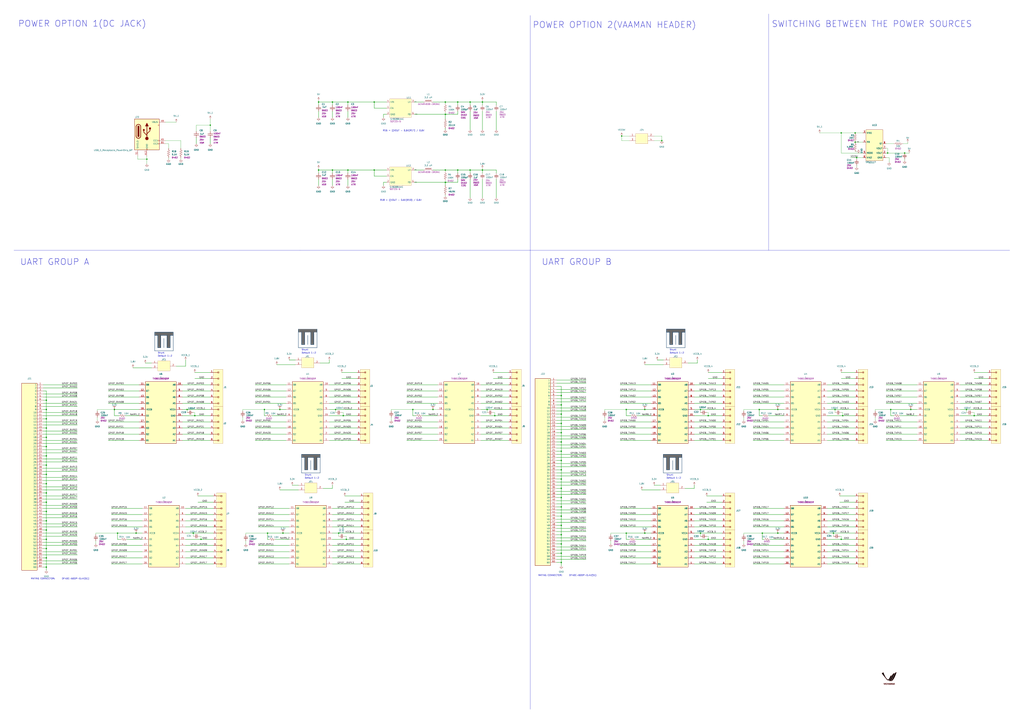
<source format=kicad_sch>
(kicad_sch (version 20250114) (generator "eeschema") (generator_version "9.0")
  (paper "A1")
  (title_block (title "VICHARAK") (date "2024-06-10") (rev "1.2"))
  (polyline (pts (xy 247.65 373.38) (xy 247.65 375.92) (xy 250.19 375.92) (xy 250.19 386.08) (xy 252.73 386.08) (xy 252.73 375.92) (xy 257.81 375.92) (xy 257.81 386.08) (xy 260.35 386.08) (xy 260.35 375.92) (xy 262.89 375.92) (xy 262.89 373.38) (xy 247.65 373.38)) (stroke (width 0.0254) (type solid) (color 7 55 99 1)) (fill (type color) (color 102 102 102 1)))
  (polyline (pts (xy 127 273.05) (xy 127 275.59) (xy 129.54 275.59) (xy 129.54 285.75) (xy 132.08 285.75) (xy 132.08 275.59) (xy 137.16 275.59) (xy 137.16 285.75) (xy 139.7 285.75) (xy 139.7 275.59) (xy 142.24 275.59) (xy 142.24 273.05) (xy 127 273.05)) (stroke (width 0.0254) (type solid) (color 7 55 99 1)) (fill (type color) (color 102 102 102 1)))
  (polyline (pts (xy 544.83 373.38) (xy 544.83 375.92) (xy 547.37 375.92) (xy 547.37 386.08) (xy 549.91 386.08) (xy 549.91 375.92) (xy 554.99 375.92) (xy 554.99 386.08) (xy 557.53 386.08) (xy 557.53 375.92) (xy 560.07 375.92) (xy 560.07 373.38) (xy 544.83 373.38)) (stroke (width 0.0254) (type solid) (color 7 55 99 1)) (fill (type color) (color 102 102 102 1)))
  (polyline (pts (xy 245.11 270.51) (xy 245.11 273.05) (xy 247.65 273.05) (xy 247.65 283.21) (xy 250.19 283.21) (xy 250.19 273.05) (xy 255.27 273.05) (xy 255.27 283.21) (xy 257.81 283.21) (xy 257.81 273.05) (xy 260.35 273.05) (xy 260.35 270.51) (xy 245.11 270.51)) (stroke (width 0.0254) (type solid) (color 7 55 99 1)) (fill (type color) (color 102 102 102 1)))
  (polyline (pts (xy 547.37 270.51) (xy 547.37 273.05) (xy 549.91 273.05) (xy 549.91 283.21) (xy 552.45 283.21) (xy 552.45 273.05) (xy 557.53 273.05) (xy 557.53 283.21) (xy 560.07 283.21) (xy 560.07 273.05) (xy 562.61 273.05) (xy 562.61 270.51) (xy 547.37 270.51)) (stroke (width 0.0254) (type solid) (color 7 55 99 1)) (fill (type color) (color 102 102 102 1)))
  (text "DF40C-60DP-0.4V(51)" (at 50.8 476.4278 0) (effects (font (size 1.27 1.27)) (justify left bottom)))
  (text "UART GROUP B\n\n" (at 473.71 219.456 0) (effects (font (size 5.08 5.08) (thickness 0.254) (bold yes))))
  (text "POWER OPTION 1(DC JACK)" (at 67.564 19.558 0) (effects (font (size 5.08 5.08) (thickness 0.254) (bold yes))))
  (text "MATING CONNECTOR:" (at 441.96 473.71 0) (effects (font (size 1.27 1.27)) (justify left bottom)))
  (text "DF40C-60DP-0.4V(51)" (at 467.36 473.71 0) (effects (font (size 1.27 1.27)) (justify left bottom)))
  (text "Shunt" (at 547.37 391.16 0) (effects (font (size 1.27 1.27)) (justify left bottom)))
  (text "Shunt" (at 250.19 391.16 0) (effects (font (size 1.27 1.27)) (justify left bottom)))
  (text "Default 1-2" (at 247.65 290.83 0) (effects (font (size 1.27 1.27)) (justify left bottom)))
  (text "Shunt" (at 247.65 288.29 0) (effects (font (size 1.27 1.27)) (justify left bottom)))
  (text "R18 = ((VOUT - 0.6V)R19) / 0.6V\n" (at 329.184 164.592 0) (effects (font (size 1.27 1.27))))
  (text "Shunt" (at 129.54 290.83 0) (effects (font (size 1.27 1.27)) (justify left bottom)))
  (text "Default 1-2" (at 129.54 293.37 0) (effects (font (size 1.27 1.27)) (justify left bottom)))
  (text "POWER OPTION 2(VAAMAN HEADER)" (at 504.698 20.574 0) (effects (font (size 5.08 5.08) (thickness 0.254) (bold yes))))
  (text "R16 = ((VOUT - 0.6V)R17) / 0.6V\n" (at 331.47 107.442 0) (effects (font (size 1.27 1.27))))
  (text "Default 1-2" (at 250.19 393.7 0) (effects (font (size 1.27 1.27)) (justify left bottom)))
  (text "Shunt" (at 549.91 288.29 0) (effects (font (size 1.27 1.27)) (justify left bottom)))
  (text "Default 1-2" (at 547.37 393.7 0) (effects (font (size 1.27 1.27)) (justify left bottom)))
  (text "MATING CONNECTOR:" (at 25.4 476.4278 0) (effects (font (size 1.27 1.27)) (justify left bottom)))
  (text "UART GROUP A" (at 44.958 215.392 0) (effects (font (size 5.08 5.08) (thickness 0.254) (bold yes))))
  (text "SWITCHING BETWEEN THE POWER SOURCES" (at 716.026 19.812 0) (effects (font (size 5.08 5.08) (thickness 0.254) (bold yes))))
  (text "Default 1-2" (at 549.91 290.83 0) (effects (font (size 1.27 1.27)) (justify left bottom)))
  (junction (at 581.66 341.63))
  (junction (at 96.52 438.15))
  (junction (at 461.01 454.66))
  (junction (at 278.13 438.15))
  (junction (at 365.76 83.82))
  (junction (at 461.01 424.18))
  (junction (at 38.1 374.65))
  (junction (at 120.65 130.81))
  (junction (at 626.11 438.15))
  (junction (at 38.1 389.89))
  (junction (at 638.81 438.15))
  (junction (at 261.62 83.82))
  (junction (at 396.24 139.7))
  (junction (at 38.1 397.51))
  (junction (at 229.87 336.55))
  (junction (at 461.01 393.7))
  (junction (at 684.53 438.15))
  (junction (at 748.03 336.55))
  (junction (at 690.88 109.22))
  (junction (at 365.76 149.86))
  (junction (at 285.75 83.82))
  (junction (at 153.67 336.55))
  (junction (at 461.01 462.28))
  (junction (at 38.1 420.37))
  (junction (at 461.01 347.98))
  (junction (at 365.76 139.7))
  (junction (at 160.02 341.63))
  (junction (at 38.1 336.55))
  (junction (at 38.1 367.03))
  (junction (at 111.76 438.15))
  (junction (at 38.1 359.41))
  (junction (at 461.01 340.36))
  (junction (at 232.41 438.15))
  (junction (at 461.01 439.42))
  (junction (at 38.1 466.09))
  (junction (at 158.75 438.15))
  (junction (at 685.8 336.55))
  (junction (at 217.17 336.55))
  (junction (at 375.92 83.82))
  (junction (at 386.08 139.7))
  (junction (at 38.1 450.85))
  (junction (at 461.01 401.32))
  (junction (at 365.76 93.98))
  (junction (at 461.01 408.94))
  (junction (at 307.34 139.7))
  (junction (at 529.59 438.15))
  (junction (at 285.75 139.7))
  (junction (at 461.01 386.08))
  (junction (at 273.05 83.82))
  (junction (at 275.59 336.55))
  (junction (at 38.1 412.75))
  (junction (at 281.94 341.63))
  (junction (at 38.1 458.47))
  (junction (at 793.75 336.55))
  (junction (at 742.95 125.73))
  (junction (at 375.92 139.7))
  (junction (at 514.35 336.55))
  (junction (at 38.1 344.17))
  (junction (at 461.01 416.56))
  (junction (at 543.56 115.57))
  (junction (at 38.1 405.13))
  (junction (at 690.88 443.23))
  (junction (at 93.98 336.55))
  (junction (at 386.08 83.82))
  (junction (at 623.57 336.55))
  (junction (at 307.34 83.82))
  (junction (at 581.66 443.23))
  (junction (at 461.01 363.22))
  (junction (at 575.31 336.55))
  (junction (at 38.1 351.79))
  (junction (at 406.4 341.63))
  (junction (at 461.01 332.74))
  (junction (at 461.01 370.84))
  (junction (at 638.81 336.55))
  (junction (at 461.01 378.46))
  (junction (at 355.6 336.55))
  (junction (at 702.31 116.84))
  (junction (at 800.1 341.63))
  (junction (at 692.15 341.63))
  (junction (at 339.09 336.55))
  (junction (at 510.54 111.76))
  (junction (at 575.31 438.15))
  (junction (at 38.1 435.61))
  (junction (at 38.1 443.23))
  (junction (at 461.01 325.12))
  (junction (at 38.1 328.93))
  (junction (at 461.01 431.8))
  (junction (at 702.31 109.22))
  (junction (at 284.48 443.23))
  (junction (at 396.24 83.82))
  (junction (at 461.01 355.6))
  (junction (at 400.05 336.55))
  (junction (at 529.59 336.55))
  (junction (at 728.98 125.73))
  (junction (at 461.01 447.04))
  (junction (at 38.1 427.99))
  (junction (at 165.1 443.23))
  (junction (at 703.58 129.54))
  (junction (at 219.71 438.15))
  (junction (at 273.05 139.7))
  (junction (at 731.52 336.55))
  (junction (at 261.62 139.7))
  (junction (at 172.72 102.87))
  (junction (at 38.1 382.27))
  (junction (at 514.35 438.15))
  (polyline (pts (xy 247.65 283.21) (xy 250.19 283.21)) (stroke (width 0.254) (type solid) (color 7 55 99 1)))
  (wire (pts (xy 114.3 361.95) (xy 88.9 361.95)) (stroke (width 0.254)))
  (polyline (pts (xy 547.37 386.08) (xy 549.91 386.08)) (stroke (width 0.254) (type solid) (color 7 55 99 1)))
  (wire (pts (xy 285.75 139.7) (xy 307.34 139.7)) (stroke (width 0.254)))
  (wire (pts (xy 63.5 410.21) (xy 35.56 410.21)) (stroke (width 0.254)))
  (wire (pts (xy 113.03 128.27) (xy 113.03 130.81)))
  (wire (pts (xy 273.05 433.07) (xy 295.91 433.07)) (stroke (width 0.254)))
  (wire (pts (xy 78.74 439.42) (xy 78.74 438.15)))
  (wire (pts (xy 396.24 86.36) (xy 396.24 83.82)) (stroke (width 0.254)))
  (wire (pts (xy 172.72 351.79) (xy 149.86 351.79)) (stroke (width 0.254)))
  (wire (pts (xy 800.1 339.09) (xy 800.1 341.63)))
  (wire (pts (xy 63.5 318.77) (xy 35.56 318.77)) (stroke (width 0.254)))
  (wire (pts (xy 165.1 440.69) (xy 165.1 443.23)))
  (wire (pts (xy 63.5 349.25) (xy 35.56 349.25)) (stroke (width 0.254)))
  (wire (pts (xy 741.68 118.11) (xy 745.49 118.11)))
  (wire (pts (xy 270.51 326.39) (xy 293.37 326.39)) (stroke (width 0.254)))
  (wire (pts (xy 172.72 341.63) (xy 160.02 341.63)) (stroke (width 0.254)))
  (wire (pts (xy 610.87 336.55) (xy 623.57 336.55)))
  (wire (pts (xy 643.89 361.95) (xy 618.49 361.95)) (stroke (width 0.254)))
  (wire (pts (xy 575.31 438.15) (xy 575.31 440.69)))
  (wire (pts (xy 321.31 336.55) (xy 339.09 336.55)))
  (wire (pts (xy 481.33 426.72) (xy 457.2 426.72)) (stroke (width 0.254)))
  (wire (pts (xy 727.71 125.73) (xy 728.98 125.73)))
  (polyline (pts (xy 245.11 270.51) (xy 245.11 285.75)) (stroke (width 0.254) (type solid) (color 7 55 99 1)))
  (wire (pts (xy 91.44 417.83) (xy 116.84 417.83)) (stroke (width 0.254)))
  (wire (pts (xy 149.86 336.55) (xy 153.67 336.55)) (stroke (width 0.254)))
  (wire (pts (xy 461.01 462.28) (xy 461.01 454.66)) (stroke (width 0.254)))
  (wire (pts (xy 201.93 444.5) (xy 201.93 447.04)))
  (wire (pts (xy 731.52 336.55) (xy 748.03 336.55)) (stroke (width 0.254)))
  (wire (pts (xy 631.19 341.63) (xy 643.89 341.63)) (stroke (width 0.254)))
  (wire (pts (xy 63.5 387.35) (xy 35.56 387.35)) (stroke (width 0.254)))
  (wire (pts (xy 593.09 361.95) (xy 570.23 361.95)) (stroke (width 0.254)))
  (polyline (pts (xy 557.53 386.08) (xy 557.53 375.92)) (stroke (width 0.254) (type solid) (color 7 55 99 1)))
  (wire (pts (xy 340.36 139.7) (xy 347.98 139.7)) (stroke (width 0.254)))
  (wire (pts (xy 514.35 336.55) (xy 529.59 336.55)) (stroke (width 0.254)))
  (wire (pts (xy 702.31 116.84) (xy 708.66 116.84)))
  (wire (pts (xy 461.01 355.6) (xy 461.01 347.98)) (stroke (width 0.254)))
  (wire (pts (xy 593.09 412.75) (xy 580.39 412.75)) (stroke (width 0.254)))
  (wire (pts (xy 570.23 417.83) (xy 593.09 417.83)) (stroke (width 0.254)))
  (wire (pts (xy 35.56 443.23) (xy 38.1 443.23)) (stroke (width 0.254)))
  (wire (pts (xy 623.57 341.63) (xy 623.57 336.55)) (stroke (width 0.254)))
  (wire (pts (xy 626.11 443.23) (xy 627.38 443.23)) (stroke (width 0.254)))
  (wire (pts (xy 572.77 295.91) (xy 572.77 298.45)) (stroke (width 0.254)))
  (wire (pts (xy 314.96 96.52) (xy 314.96 93.98)) (stroke (width 0.254)))
  (polyline (pts (xy 139.7 285.75) (xy 139.7 275.59)) (stroke (width 0.254) (type solid) (color 7 55 99 1)))
  (wire (pts (xy 673.1 109.22) (xy 690.88 109.22)))
  (wire (pts (xy 217.17 336.55) (xy 229.87 336.55)))
  (wire (pts (xy 509.27 346.71) (xy 534.67 346.71)) (stroke (width 0.254)))
  (wire (pts (xy 35.56 412.75) (xy 38.1 412.75)) (stroke (width 0.254)))
  (wire (pts (xy 152.4 295.91) (xy 152.4 300.99)) (stroke (width 0.254)))
  (wire (pts (xy 63.5 461.01) (xy 35.56 461.01)) (stroke (width 0.254)))
  (wire (pts (xy 120.65 128.27) (xy 120.65 130.81)))
  (polyline (pts (xy 132.08 275.59) (xy 137.16 275.59)) (stroke (width 0.254) (type solid) (color 7 55 99 1)))
  (wire (pts (xy 307.34 88.9) (xy 307.34 83.82)) (stroke (width 0.254)))
  (polyline (pts (xy 547.37 285.75) (xy 562.61 285.75)) (stroke (width 0.254) (type solid) (color 7 55 99 1)))
  (wire (pts (xy 38.1 450.85) (xy 38.1 458.47)) (stroke (width 0.254)))
  (wire (pts (xy 461.01 347.98) (xy 461.01 340.36)) (stroke (width 0.254)))
  (wire (pts (xy 581.66 306.07) (xy 593.09 306.07)) (stroke (width 0.254)))
  (wire (pts (xy 632.46 443.23) (xy 643.89 443.23)) (stroke (width 0.254)))
  (polyline (pts (xy 257.81 375.92) (xy 257.81 386.08)) (stroke (width 0.254) (type solid) (color 7 55 99 1)))
  (wire (pts (xy 93.98 336.55) (xy 93.98 341.63)) (stroke (width 0.254)))
  (wire (pts (xy 355.6 83.82) (xy 365.76 83.82)) (stroke (width 0.254)))
  (polyline (pts (xy 554.99 375.92) (xy 554.99 386.08)) (stroke (width 0.254) (type solid) (color 7 55 99 1)))
  (wire (pts (xy 509.27 427.99) (xy 534.67 427.99)) (stroke (width 0.254)))
  (polyline (pts (xy 435.61 205.74) (xy 435.61 582.93)))
  (wire (pts (xy 702.31 458.47) (xy 679.45 458.47)) (stroke (width 0.254)))
  (wire (pts (xy 702.31 336.55) (xy 685.8 336.55)) (stroke (width 0.254)))
  (wire (pts (xy 38.1 458.47) (xy 38.1 466.09)) (stroke (width 0.254)))
  (wire (pts (xy 593.09 458.47) (xy 570.23 458.47)) (stroke (width 0.254)))
  (wire (pts (xy 509.27 448.31) (xy 534.67 448.31)) (stroke (width 0.254)))
  (wire (pts (xy 679.45 326.39) (xy 702.31 326.39)) (stroke (width 0.254)))
  (wire (pts (xy 307.34 83.82) (xy 317.5 83.82)) (stroke (width 0.254)))
  (wire (pts (xy 788.67 321.31) (xy 811.53 321.31)) (stroke (width 0.254)))
  (wire (pts (xy 375.92 142.24) (xy 375.92 139.7)) (stroke (width 0.254)))
  (wire (pts (xy 496.57 337.82) (xy 496.57 336.55)))
  (wire (pts (xy 293.37 361.95) (xy 270.51 361.95)) (stroke (width 0.254)))
  (wire (pts (xy 88.9 326.39) (xy 114.3 326.39)) (stroke (width 0.254)))
  (wire (pts (xy 38.1 351.79) (xy 38.1 359.41)) (stroke (width 0.254)))
  (wire (pts (xy 270.51 321.31) (xy 293.37 321.31)) (stroke (width 0.254)))
  (wire (pts (xy 63.5 334.01) (xy 35.56 334.01)) (stroke (width 0.254)))
  (wire (pts (xy 35.56 374.65) (xy 38.1 374.65)) (stroke (width 0.254)))
  (wire (pts (xy 175.26 453.39) (xy 152.4 453.39)) (stroke (width 0.254)))
  (wire (pts (xy 35.56 351.79) (xy 38.1 351.79)) (stroke (width 0.254)))
  (wire (pts (xy 80.01 342.9) (xy 80.01 345.44)))
  (wire (pts (xy 273.05 427.99) (xy 295.91 427.99)) (stroke (width 0.254)))
  (wire (pts (xy 618.49 453.39) (xy 643.89 453.39)) (stroke (width 0.254)))
  (wire (pts (xy 417.83 341.63) (xy 406.4 341.63)) (stroke (width 0.254)))
  (wire (pts (xy 481.33 322.58) (xy 457.2 322.58)) (stroke (width 0.254)))
  (wire (pts (xy 753.11 321.31) (xy 727.71 321.31)) (stroke (width 0.254)))
  (wire (pts (xy 510.54 111.76) (xy 510.54 115.57)))
  (wire (pts (xy 457.2 370.84) (xy 461.01 370.84)) (stroke (width 0.254)))
  (wire (pts (xy 96.52 438.15) (xy 111.76 438.15)) (stroke (width 0.254)))
  (wire (pts (xy 570.23 422.91) (xy 593.09 422.91)) (stroke (width 0.254)))
  (wire (pts (xy 481.33 365.76) (xy 457.2 365.76)) (stroke (width 0.254)))
  (wire (pts (xy 396.24 106.68) (xy 396.24 91.44)) (stroke (width 0.254)))
  (wire (pts (xy 481.33 337.82) (xy 457.2 337.82)) (stroke (width 0.254)))
  (wire (pts (xy 702.31 412.75) (xy 689.61 412.75)) (stroke (width 0.254)))
  (wire (pts (xy 542.29 398.78) (xy 537.21 398.78)) (stroke (width 0.254)))
  (wire (pts (xy 593.09 311.15) (xy 581.66 311.15)) (stroke (width 0.254)))
  (wire (pts (xy 626.11 341.63) (xy 623.57 341.63)) (stroke (width 0.254)))
  (wire (pts (xy 317.5 144.78) (xy 307.34 144.78)) (stroke (width 0.254)))
  (polyline (pts (xy 262.89 388.62) (xy 262.89 373.38)) (stroke (width 0.254) (type solid) (color 7 55 99 1)))
  (wire (pts (xy 365.76 93.98) (xy 365.76 97.79)) (stroke (width 0.254)))
  (wire (pts (xy 160.02 341.63) (xy 149.86 341.63)) (stroke (width 0.254)))
  (wire (pts (xy 35.56 382.27) (xy 38.1 382.27)) (stroke (width 0.254)))
  (wire (pts (xy 745.49 116.84) (xy 745.49 118.11)))
  (wire (pts (xy 396.24 139.7) (xy 386.08 139.7)) (stroke (width 0.254)))
  (wire (pts (xy 63.5 377.19) (xy 35.56 377.19)) (stroke (width 0.254)))
  (wire (pts (xy 88.9 346.71) (xy 114.3 346.71)) (stroke (width 0.254)))
  (wire (pts (xy 728.98 125.73) (xy 742.95 125.73)))
  (polyline (pts (xy 137.16 275.59) (xy 137.16 285.75)) (stroke (width 0.254) (type solid) (color 7 55 99 1)))
  (wire (pts (xy 481.33 388.62) (xy 457.2 388.62)) (stroke (width 0.254)))
  (wire (pts (xy 481.33 345.44) (xy 457.2 345.44)) (stroke (width 0.254)))
  (wire (pts (xy 35.56 458.47) (xy 38.1 458.47)) (stroke (width 0.254)))
  (wire (pts (xy 481.33 434.34) (xy 457.2 434.34)) (stroke (width 0.254)))
  (wire (pts (xy 209.55 316.23) (xy 234.95 316.23)) (stroke (width 0.254)))
  (wire (pts (xy 523.24 341.63) (xy 534.67 341.63)) (stroke (width 0.254)))
  (wire (pts (xy 457.2 439.42) (xy 461.01 439.42)) (stroke (width 0.254)))
  (wire (pts (xy 811.53 336.55) (xy 793.75 336.55)) (stroke (width 0.254)))
  (wire (pts (xy 38.1 374.65) (xy 38.1 382.27)) (stroke (width 0.254)))
  (wire (pts (xy 684.53 438.15) (xy 684.53 440.69)))
  (wire (pts (xy 534.67 433.07) (xy 509.27 433.07)) (stroke (width 0.254)))
  (wire (pts (xy 38.1 412.75) (xy 38.1 420.37)) (stroke (width 0.254)))
  (wire (pts (xy 570.23 433.07) (xy 593.09 433.07)) (stroke (width 0.254)))
  (wire (pts (xy 91.44 427.99) (xy 116.84 427.99)) (stroke (width 0.254)))
  (wire (pts (xy 727.71 121.92) (xy 728.98 121.92)))
  (polyline (pts (xy 247.65 375.92) (xy 250.19 375.92)) (stroke (width 0.254) (type solid) (color 7 55 99 1)))
  (wire (pts (xy 199.39 342.9) (xy 199.39 345.44)))
  (wire (pts (xy 161.29 113.03) (xy 161.29 118.11)) (stroke (width 0.254)))
  (wire (pts (xy 481.33 449.58) (xy 457.2 449.58)) (stroke (width 0.254)))
  (wire (pts (xy 261.62 82.55) (xy 261.62 83.82)))
  (wire (pts (xy 406.4 339.09) (xy 406.4 341.63)))
  (wire (pts (xy 679.45 316.23) (xy 702.31 316.23)) (stroke (width 0.254)))
  (wire (pts (xy 461.01 325.12) (xy 457.2 325.12)) (stroke (width 0.254)))
  (polyline (pts (xy 557.53 375.92) (xy 560.07 375.92)) (stroke (width 0.254) (type solid) (color 7 55 99 1)))
  (wire (pts (xy 261.62 86.36) (xy 261.62 83.82)) (stroke (width 0.254)))
  (wire (pts (xy 618.49 458.47) (xy 643.89 458.47)) (stroke (width 0.254)))
  (wire (pts (xy 718.82 342.9) (xy 718.82 345.44)))
  (wire (pts (xy 481.33 452.12) (xy 457.2 452.12)) (stroke (width 0.254)))
  (wire (pts (xy 618.49 356.87) (xy 643.89 356.87)) (stroke (width 0.254)))
  (wire (pts (xy 109.22 302.26) (xy 124.46 302.26)) (stroke (width 0.254)))
  (wire (pts (xy 702.31 311.15) (xy 690.88 311.15)) (stroke (width 0.254)))
  (wire (pts (xy 270.51 331.47) (xy 293.37 331.47)) (stroke (width 0.254)))
  (polyline (pts (xy 250.19 375.92) (xy 250.19 386.08)) (stroke (width 0.254) (type solid) (color 7 55 99 1)))
  (wire (pts (xy 284.48 440.69) (xy 284.48 443.23)))
  (wire (pts (xy 38.1 435.61) (xy 38.1 443.23)) (stroke (width 0.254)))
  (wire (pts (xy 35.56 466.09) (xy 38.1 466.09)) (stroke (width 0.254)))
  (wire (pts (xy 284.48 443.23) (xy 273.05 443.23)) (stroke (width 0.254)))
  (wire (pts (xy 217.17 341.63) (xy 217.17 336.55)) (stroke (width 0.254)))
  (wire (pts (xy 283.21 407.67) (xy 295.91 407.67)) (stroke (width 0.254)))
  (wire (pts (xy 529.59 299.72) (xy 544.83 299.72)) (stroke (width 0.254)))
  (wire (pts (xy 457.2 363.22) (xy 461.01 363.22)) (stroke (width 0.254)))
  (wire (pts (xy 321.31 337.82) (xy 321.31 336.55)))
  (wire (pts (xy 365.76 149.86) (xy 375.92 149.86)) (stroke (width 0.254)))
  (wire (pts (xy 365.76 93.98) (xy 375.92 93.98)) (stroke (width 0.254)))
  (wire (pts (xy 461.01 386.08) (xy 461.01 378.46)) (stroke (width 0.254)))
  (wire (pts (xy 593.09 346.71) (xy 570.23 346.71)) (stroke (width 0.254)))
  (wire (pts (xy 135.89 118.11) (xy 138.43 118.11)))
  (wire (pts (xy 618.49 463.55) (xy 643.89 463.55)) (stroke (width 0.254)))
  (wire (pts (xy 727.71 118.11) (xy 734.06 118.11)))
  (wire (pts (xy 38.1 321.31) (xy 38.1 328.93)) (stroke (width 0.254)))
  (wire (pts (xy 396.24 162.56) (xy 396.24 147.32)) (stroke (width 0.254)))
  (wire (pts (xy 593.09 336.55) (xy 575.31 336.55)) (stroke (width 0.254)))
  (wire (pts (xy 417.83 346.71) (xy 394.97 346.71)) (stroke (width 0.254)))
  (wire (pts (xy 417.83 356.87) (xy 394.97 356.87)) (stroke (width 0.254)))
  (polyline (pts (xy 560.07 373.38) (xy 544.83 373.38)) (stroke (width 0.254) (type solid) (color 7 55 99 1)))
  (wire (pts (xy 793.75 336.55) (xy 793.75 339.09)))
  (wire (pts (xy 407.67 162.56) (xy 407.67 147.32)) (stroke (width 0.254)))
  (wire (pts (xy 80.01 337.82) (xy 80.01 336.55)))
  (wire (pts (xy 209.55 346.71) (xy 234.95 346.71)) (stroke (width 0.254)))
  (polyline (pts (xy 142.24 273.05) (xy 127 273.05)) (stroke (width 0.254) (type solid) (color 7 55 99 1)))
  (wire (pts (xy 618.49 316.23) (xy 643.89 316.23)) (stroke (width 0.254)))
  (wire (pts (xy 405.13 306.07) (xy 417.83 306.07)) (stroke (width 0.254)))
  (wire (pts (xy 283.21 440.69) (xy 284.48 440.69)))
  (wire (pts (xy 63.5 323.85) (xy 35.56 323.85)) (stroke (width 0.254)))
  (wire (pts (xy 227.33 299.72) (xy 242.57 299.72)) (stroke (width 0.254)))
  (wire (pts (xy 593.09 448.31) (xy 570.23 448.31)) (stroke (width 0.254)))
  (wire (pts (xy 175.26 458.47) (xy 152.4 458.47)) (stroke (width 0.254)))
  (wire (pts (xy 281.94 339.09) (xy 281.94 341.63)))
  (wire (pts (xy 788.67 316.23) (xy 811.53 316.23)) (stroke (width 0.254)))
  (wire (pts (xy 638.81 336.55) (xy 643.89 336.55)) (stroke (width 0.254)))
  (wire (pts (xy 461.01 370.84) (xy 461.01 363.22)) (stroke (width 0.254)))
  (wire (pts (xy 261.62 142.24) (xy 261.62 139.7)) (stroke (width 0.254)))
  (wire (pts (xy 685.8 336.55) (xy 685.8 339.09)))
  (wire (pts (xy 481.33 350.52) (xy 457.2 350.52)) (stroke (width 0.254)))
  (wire (pts (xy 702.31 448.31) (xy 679.45 448.31)) (stroke (width 0.254)))
  (wire (pts (xy 148.59 129.54) (xy 148.59 130.81)))
  (wire (pts (xy 175.26 443.23) (xy 165.1 443.23)) (stroke (width 0.254)))
  (wire (pts (xy 149.86 321.31) (xy 172.72 321.31)) (stroke (width 0.254)))
  (wire (pts (xy 718.82 336.55) (xy 731.52 336.55)))
  (wire (pts (xy 708.66 129.54) (xy 703.58 129.54)))
  (wire (pts (xy 160.02 306.07) (xy 172.72 306.07)) (stroke (width 0.254)))
  (polyline (pts (xy 549.91 273.05) (xy 549.91 283.21)) (stroke (width 0.254) (type solid) (color 7 55 99 1)))
  (wire (pts (xy 365.76 92.71) (xy 365.76 93.98)))
  (wire (pts (xy 153.67 336.55) (xy 172.72 336.55)) (stroke (width 0.254)))
  (wire (pts (xy 340.36 93.98) (xy 365.76 93.98)) (stroke (width 0.254)))
  (wire (pts (xy 575.31 438.15) (xy 570.23 438.15)) (stroke (width 0.254)))
  (wire (pts (xy 80.01 336.55) (xy 93.98 336.55)))
  (wire (pts (xy 734.06 341.63) (xy 731.52 341.63)) (stroke (width 0.254)))
  (wire (pts (xy 165.1 443.23) (xy 152.4 443.23)) (stroke (width 0.254)))
  (wire (pts (xy 516.89 443.23) (xy 514.35 443.23)) (stroke (width 0.254)))
  (wire (pts (xy 104.14 443.23) (xy 116.84 443.23)) (stroke (width 0.254)))
  (wire (pts (xy 527.05 402.59) (xy 542.29 402.59)) (stroke (width 0.254)))
  (wire (pts (xy 38.1 367.03) (xy 38.1 374.65)) (stroke (width 0.254)))
  (wire (pts (xy 461.01 408.94) (xy 461.01 401.32)) (stroke (width 0.254)))
  (wire (pts (xy 679.45 427.99) (xy 702.31 427.99)) (stroke (width 0.254)))
  (wire (pts (xy 702.31 341.63) (xy 692.15 341.63)) (stroke (width 0.254)))
  (wire (pts (xy 152.4 300.99) (xy 144.78 300.99)) (stroke (width 0.254)))
  (wire (pts (xy 261.62 83.82) (xy 273.05 83.82)) (stroke (width 0.254)))
  (polyline (pts (xy 260.35 285.75) (xy 260.35 270.51)) (stroke (width 0.254) (type solid) (color 7 55 99 1)))
  (polyline (pts (xy 247.65 388.62) (xy 262.89 388.62)) (stroke (width 0.254) (type solid) (color 7 55 99 1)))
  (wire (pts (xy 702.31 109.22) (xy 708.66 109.22)))
  (polyline (pts (xy 127 288.29) (xy 142.24 288.29)) (stroke (width 0.254) (type solid) (color 7 55 99 1)))
  (wire (pts (xy 405.13 339.09) (xy 406.4 339.09)))
  (wire (pts (xy 690.88 125.73) (xy 690.88 109.22)))
  (wire (pts (xy 534.67 463.55) (xy 509.27 463.55)) (stroke (width 0.254)))
  (wire (pts (xy 285.75 91.44) (xy 285.75 96.52)) (stroke (width 0.254)))
  (wire (pts (xy 509.27 316.23) (xy 534.67 316.23)) (stroke (width 0.254)))
  (wire (pts (xy 334.01 316.23) (xy 359.41 316.23)) (stroke (width 0.254)))
  (wire (pts (xy 158.75 438.15) (xy 175.26 438.15)) (stroke (width 0.254)))
  (wire (pts (xy 96.52 443.23) (xy 96.52 438.15)) (stroke (width 0.254)))
  (wire (pts (xy 610.87 337.82) (xy 610.87 336.55)))
  (wire (pts (xy 199.39 337.82) (xy 199.39 336.55)))
  (wire (pts (xy 396.24 142.24) (xy 396.24 139.7)) (stroke (width 0.254)))
  (wire (pts (xy 481.33 459.74) (xy 457.2 459.74)) (stroke (width 0.254)))
  (wire (pts (xy 138.43 129.54) (xy 138.43 130.81)))
  (wire (pts (xy 63.5 407.67) (xy 35.56 407.67)) (stroke (width 0.254)))
  (wire (pts (xy 580.39 339.09) (xy 581.66 339.09)))
  (wire (pts (xy 63.5 463.55) (xy 35.56 463.55)) (stroke (width 0.254)))
  (wire (pts (xy 295.91 443.23) (xy 284.48 443.23)) (stroke (width 0.254)))
  (wire (pts (xy 481.33 360.68) (xy 457.2 360.68)) (stroke (width 0.254)))
  (wire (pts (xy 375.92 91.44) (xy 375.92 93.98)) (stroke (width 0.254)))
  (wire (pts (xy 91.44 458.47) (xy 116.84 458.47)) (stroke (width 0.254)))
  (wire (pts (xy 407.67 86.36) (xy 407.67 83.82)) (stroke (width 0.254)))
  (wire (pts (xy 245.11 398.78) (xy 240.03 398.78)) (stroke (width 0.254)))
  (polyline (pts (xy 552.45 283.21) (xy 552.45 273.05)) (stroke (width 0.254) (type solid) (color 7 55 99 1)))
  (wire (pts (xy 753.11 331.47) (xy 727.71 331.47)) (stroke (width 0.254)))
  (wire (pts (xy 800.1 341.63) (xy 788.67 341.63)) (stroke (width 0.254)))
  (wire (pts (xy 219.71 443.23) (xy 220.98 443.23)) (stroke (width 0.254)))
  (wire (pts (xy 223.52 341.63) (xy 234.95 341.63)) (stroke (width 0.254)))
  (wire (pts (xy 481.33 368.3) (xy 457.2 368.3)) (stroke (width 0.254)))
  (wire (pts (xy 158.75 438.15) (xy 158.75 440.69)))
  (wire (pts (xy 514.35 341.63) (xy 514.35 336.55)) (stroke (width 0.254)))
  (wire (pts (xy 124.46 298.45) (xy 119.38 298.45)) (stroke (width 0.254)))
  (wire (pts (xy 226.06 443.23) (xy 237.49 443.23)) (stroke (width 0.254)))
  (wire (pts (xy 570.23 398.78) (xy 570.23 401.32)) (stroke (width 0.254)))
  (wire (pts (xy 35.56 367.03) (xy 38.1 367.03)) (stroke (width 0.254)))
  (wire (pts (xy 748.03 336.55) (xy 753.11 336.55)) (stroke (width 0.254)))
  (wire (pts (xy 457.2 393.7) (xy 461.01 393.7)) (stroke (width 0.254)))
  (wire (pts (xy 481.33 358.14) (xy 457.2 358.14)) (stroke (width 0.254)))
  (wire (pts (xy 199.39 336.55) (xy 217.17 336.55)))
  (wire (pts (xy 285.75 83.82) (xy 307.34 83.82)) (stroke (width 0.254)))
  (wire (pts (xy 457.2 424.18) (xy 461.01 424.18)) (stroke (width 0.254)))
  (wire (pts (xy 703.58 129.54) (xy 698.5 129.54)))
  (wire (pts (xy 581.66 341.63) (xy 570.23 341.63)) (stroke (width 0.254)))
  (polyline (pts (xy 142.24 288.29) (xy 142.24 273.05)) (stroke (width 0.254) (type solid) (color 7 55 99 1)))
  (wire (pts (xy 234.95 321.31) (xy 209.55 321.31)) (stroke (width 0.254)))
  (polyline (pts (xy 11.43 205.74) (xy 246.38 205.74)))
  (wire (pts (xy 417.83 336.55) (xy 400.05 336.55)) (stroke (width 0.254)))
  (wire (pts (xy 593.09 341.63) (xy 581.66 341.63)) (stroke (width 0.254)))
  (wire (pts (xy 63.5 445.77) (xy 35.56 445.77)) (stroke (width 0.254)))
  (wire (pts (xy 295.91 448.31) (xy 273.05 448.31)) (stroke (width 0.254)))
  (wire (pts (xy 63.5 364.49) (xy 35.56 364.49)) (stroke (width 0.254)))
  (wire (pts (xy 365.76 93.98) (xy 367.03 93.98)))
  (wire (pts (xy 63.5 430.53) (xy 35.56 430.53)) (stroke (width 0.254)))
  (wire (pts (xy 457.2 317.5) (xy 461.01 317.5)) (stroke (width 0.254)))
  (wire (pts (xy 610.87 439.42) (xy 610.87 438.15)))
  (polyline (pts (xy 137.16 285.75) (xy 139.7 285.75)) (stroke (width 0.254) (type solid) (color 7 55 99 1)))
  (wire (pts (xy 321.31 342.9) (xy 321.31 345.44)))
  (polyline (pts (xy 250.19 386.08) (xy 252.73 386.08)) (stroke (width 0.254) (type solid) (color 7 55 99 1)))
  (wire (pts (xy 35.56 344.17) (xy 38.1 344.17)) (stroke (width 0.254)))
  (wire (pts (xy 232.41 438.15) (xy 237.49 438.15)) (stroke (width 0.254)))
  (wire (pts (xy 285.75 147.32) (xy 285.75 152.4)) (stroke (width 0.254)))
  (wire (pts (xy 461.01 416.56) (xy 461.01 408.94)) (stroke (width 0.254)))
  (wire (pts (xy 457.2 347.98) (xy 461.01 347.98)) (stroke (width 0.254)))
  (wire (pts (xy 690.88 339.09) (xy 692.15 339.09)))
  (wire (pts (xy 509.27 331.47) (xy 534.67 331.47)) (stroke (width 0.254)))
  (wire (pts (xy 570.23 331.47) (xy 593.09 331.47)) (stroke (width 0.254)))
  (polyline (pts (xy 247.65 273.05) (xy 247.65 283.21)) (stroke (width 0.254) (type solid) (color 7 55 99 1)))
  (wire (pts (xy 481.33 375.92) (xy 457.2 375.92)) (stroke (width 0.254)))
  (wire (pts (xy 702.31 443.23) (xy 690.88 443.23)) (stroke (width 0.254)))
  (wire (pts (xy 788.67 331.47) (xy 811.53 331.47)) (stroke (width 0.254)))
  (wire (pts (xy 35.56 359.41) (xy 38.1 359.41)) (stroke (width 0.254)))
  (polyline (pts (xy 127 275.59) (xy 129.54 275.59)) (stroke (width 0.254) (type solid) (color 7 55 99 1)))
  (wire (pts (xy 270.51 336.55) (xy 275.59 336.55)) (stroke (width 0.254)))
  (wire (pts (xy 273.05 417.83) (xy 295.91 417.83)) (stroke (width 0.254)))
  (wire (pts (xy 570.23 326.39) (xy 593.09 326.39)) (stroke (width 0.254)))
  (wire (pts (xy 172.72 356.87) (xy 149.86 356.87)) (stroke (width 0.254)))
  (wire (pts (xy 702.31 351.79) (xy 679.45 351.79)) (stroke (width 0.254)))
  (wire (pts (xy 461.01 393.7) (xy 461.01 386.08)) (stroke (width 0.254)))
  (wire (pts (xy 63.5 369.57) (xy 35.56 369.57)) (stroke (width 0.254)))
  (wire (pts (xy 516.89 111.76) (xy 510.54 111.76)))
  (wire (pts (xy 78.74 444.5) (xy 78.74 447.04)))
  (wire (pts (xy 481.33 406.4) (xy 457.2 406.4)) (stroke (width 0.254)))
  (wire (pts (xy 509.27 356.87) (xy 534.67 356.87)) (stroke (width 0.254)))
  (wire (pts (xy 38.1 328.93) (xy 38.1 336.55)) (stroke (width 0.254)))
  (wire (pts (xy 63.5 339.09) (xy 35.56 339.09)) (stroke (width 0.254)))
  (wire (pts (xy 730.25 133.35) (xy 730.25 129.54)))
  (wire (pts (xy 209.55 356.87) (xy 234.95 356.87)) (stroke (width 0.254)))
  (wire (pts (xy 63.5 326.39) (xy 35.56 326.39)) (stroke (width 0.254)))
  (polyline (pts (xy 554.99 386.08) (xy 557.53 386.08)) (stroke (width 0.254) (type solid) (color 7 55 99 1)))
  (wire (pts (xy 307.34 139.7) (xy 317.5 139.7)) (stroke (width 0.254)))
  (wire (pts (xy 461.01 332.74) (xy 461.01 325.12)) (stroke (width 0.254)))
  (wire (pts (xy 684.53 438.15) (xy 679.45 438.15)) (stroke (width 0.254)))
  (polyline (pts (xy 132.08 285.75) (xy 132.08 275.59)) (stroke (width 0.254) (type solid) (color 7 55 99 1)))
  (wire (pts (xy 111.76 438.15) (xy 116.84 438.15)) (stroke (width 0.254)))
  (wire (pts (xy 63.5 400.05) (xy 35.56 400.05)) (stroke (width 0.254)))
  (wire (pts (xy 38.1 359.41) (xy 38.1 367.03)) (stroke (width 0.254)))
  (wire (pts (xy 529.59 438.15) (xy 534.67 438.15)) (stroke (width 0.254)))
  (wire (pts (xy 99.06 443.23) (xy 96.52 443.23)) (stroke (width 0.254)))
  (polyline (pts (xy 134.62 278.13) (xy 134.62 285.75)) (stroke (width 0.254) (type solid) (color 7 55 99 1)))
  (wire (pts (xy 78.74 438.15) (xy 96.52 438.15)))
  (wire (pts (xy 800.1 306.07) (xy 811.53 306.07)) (stroke (width 0.254)))
  (wire (pts (xy 394.97 316.23) (xy 417.83 316.23)) (stroke (width 0.254)))
  (wire (pts (xy 457.2 431.8) (xy 461.01 431.8)) (stroke (width 0.254)))
  (wire (pts (xy 481.33 312.42) (xy 457.2 312.42)) (stroke (width 0.254)))
  (wire (pts (xy 38.1 336.55) (xy 38.1 344.17)) (stroke (width 0.254)))
  (wire (pts (xy 703.58 137.16) (xy 703.58 135.89)))
  (polyline (pts (xy 547.37 375.92) (xy 547.37 386.08)) (stroke (width 0.254) (type solid) (color 7 55 99 1)))
  (wire (pts (xy 314.96 152.4) (xy 314.96 149.86)) (stroke (width 0.254)))
  (wire (pts (xy 679.45 321.31) (xy 702.31 321.31)) (stroke (width 0.254)))
  (wire (pts (xy 396.24 138.43) (xy 396.24 139.7)))
  (wire (pts (xy 417.83 351.79) (xy 394.97 351.79)) (stroke (width 0.254)))
  (wire (pts (xy 457.2 340.36) (xy 461.01 340.36)) (stroke (width 0.254)))
  (polyline (pts (xy 247.65 373.38) (xy 247.65 388.62)) (stroke (width 0.254) (type solid) (color 7 55 99 1)))
  (wire (pts (xy 618.49 448.31) (xy 643.89 448.31)) (stroke (width 0.254)))
  (wire (pts (xy 38.1 344.17) (xy 38.1 351.79)) (stroke (width 0.254)))
  (wire (pts (xy 811.53 351.79) (xy 788.67 351.79)) (stroke (width 0.254)))
  (wire (pts (xy 172.72 311.15) (xy 160.02 311.15)) (stroke (width 0.254)))
  (wire (pts (xy 481.33 335.28) (xy 457.2 335.28)) (stroke (width 0.254)))
  (wire (pts (xy 702.31 356.87) (xy 679.45 356.87)) (stroke (width 0.254)))
  (wire (pts (xy 35.56 316.23) (xy 63.5 316.23)) (stroke (width 0.254)))
  (wire (pts (xy 461.01 317.5) (xy 461.01 325.12)) (stroke (width 0.254)))
  (wire (pts (xy 580.39 407.67) (xy 593.09 407.67)) (stroke (width 0.254)))
  (wire (pts (xy 365.76 139.7) (xy 365.76 140.97)))
  (wire (pts (xy 481.33 373.38) (xy 457.2 373.38)) (stroke (width 0.254)))
  (wire (pts (xy 692.15 339.09) (xy 692.15 341.63)))
  (polyline (pts (xy 435.61 205.74) (xy 829.31 205.74)))
  (polyline (pts (xy 560.07 273.05) (xy 562.61 273.05)) (stroke (width 0.254) (type solid) (color 7 55 99 1)))
  (wire (pts (xy 575.31 336.55) (xy 570.23 336.55)) (stroke (width 0.254)))
  (wire (pts (xy 113.03 130.81) (xy 120.65 130.81)))
  (polyline (pts (xy 549.91 283.21) (xy 552.45 283.21)) (stroke (width 0.254) (type solid) (color 7 55 99 1)))
  (wire (pts (xy 152.4 433.07) (xy 175.26 433.07)) (stroke (width 0.254)))
  (wire (pts (xy 457.2 386.08) (xy 461.01 386.08)) (stroke (width 0.254)))
  (wire (pts (xy 293.37 346.71) (xy 270.51 346.71)) (stroke (width 0.254)))
  (polyline (pts (xy 631.19 11.43) (xy 631.19 205.74)))
  (wire (pts (xy 355.6 336.55) (xy 339.09 336.55)))
  (polyline (pts (xy 557.53 273.05) (xy 557.53 283.21)) (stroke (width 0.254) (type solid) (color 7 55 99 1)))
  (wire (pts (xy 63.5 361.95) (xy 35.56 361.95)) (stroke (width 0.254)))
  (wire (pts (xy 593.09 356.87) (xy 570.23 356.87)) (stroke (width 0.254)))
  (wire (pts (xy 509.27 458.47) (xy 534.67 458.47)) (stroke (width 0.254)))
  (wire (pts (xy 461.01 439.42) (xy 461.01 431.8)) (stroke (width 0.254)))
  (wire (pts (xy 63.5 379.73) (xy 35.56 379.73)) (stroke (width 0.254)))
  (wire (pts (xy 481.33 419.1) (xy 457.2 419.1)) (stroke (width 0.254)))
  (wire (pts (xy 702.31 361.95) (xy 679.45 361.95)) (stroke (width 0.254)))
  (wire (pts (xy 811.53 311.15) (xy 800.1 311.15)) (stroke (width 0.254)))
  (wire (pts (xy 509.27 326.39) (xy 534.67 326.39)) (stroke (width 0.254)))
  (wire (pts (xy 285.75 86.36) (xy 285.75 83.82)) (stroke (width 0.254)))
  (wire (pts (xy 406.4 341.63) (xy 394.97 341.63)) (stroke (width 0.254)))
  (wire (pts (xy 63.5 417.83) (xy 35.56 417.83)) (stroke (width 0.254)))
  (wire (pts (xy 149.86 326.39) (xy 172.72 326.39)) (stroke (width 0.254)))
  (wire (pts (xy 375.92 147.32) (xy 375.92 149.86)) (stroke (width 0.254)))
  (wire (pts (xy 708.66 125.73) (xy 690.88 125.73)))
  (polyline (pts (xy 260.35 375.92) (xy 262.89 375.92)) (stroke (width 0.254) (type solid) (color 7 55 99 1)))
  (wire (pts (xy 386.08 91.44) (xy 386.08 106.68)) (stroke (width 0.254)))
  (wire (pts (xy 217.17 341.63) (xy 218.44 341.63)) (stroke (width 0.254)))
  (wire (pts (xy 375.92 86.36) (xy 375.92 83.82)) (stroke (width 0.254)))
  (wire (pts (xy 307.34 144.78) (xy 307.34 139.7)) (stroke (width 0.254)))
  (wire (pts (xy 457.2 355.6) (xy 461.01 355.6)) (stroke (width 0.254)))
  (wire (pts (xy 417.83 361.95) (xy 394.97 361.95)) (stroke (width 0.254)))
  (wire (pts (xy 626.11 443.23) (xy 626.11 438.15)) (stroke (width 0.254)))
  (wire (pts (xy 175.26 412.75) (xy 162.56 412.75)) (stroke (width 0.254)))
  (wire (pts (xy 212.09 433.07) (xy 237.49 433.07)) (stroke (width 0.254)))
  (wire (pts (xy 731.52 341.63) (xy 731.52 336.55)) (stroke (width 0.254)))
  (wire (pts (xy 544.83 295.91) (xy 539.75 295.91)) (stroke (width 0.254)))
  (wire (pts (xy 570.23 401.32) (xy 562.61 401.32)) (stroke (width 0.254)))
  (wire (pts (xy 521.97 443.23) (xy 534.67 443.23)) (stroke (width 0.254)))
  (polyline (pts (xy 250.19 283.21) (xy 250.19 273.05)) (stroke (width 0.254) (type solid) (color 7 55 99 1)))
  (wire (pts (xy 172.72 113.03) (xy 172.72 118.11)) (stroke (width 0.254)))
  (wire (pts (xy 481.33 436.88) (xy 457.2 436.88)) (stroke (width 0.254)))
  (wire (pts (xy 702.31 453.39) (xy 679.45 453.39)) (stroke (width 0.254)))
  (polyline (pts (xy 255.27 378.46) (xy 255.27 386.08)) (stroke (width 0.254) (type solid) (color 7 55 99 1)))
  (wire (pts (xy 386.08 83.82) (xy 375.92 83.82)) (stroke (width 0.254)))
  (wire (pts (xy 593.09 438.15) (xy 575.31 438.15)) (stroke (width 0.254)))
  (wire (pts (xy 209.55 326.39) (xy 234.95 326.39)) (stroke (width 0.254)))
  (wire (pts (xy 739.14 341.63) (xy 753.11 341.63)) (stroke (width 0.254)))
  (wire (pts (xy 481.33 383.54) (xy 457.2 383.54)) (stroke (width 0.254)))
  (wire (pts (xy 570.23 321.31) (xy 593.09 321.31)) (stroke (width 0.254)))
  (wire (pts (xy 63.5 392.43) (xy 35.56 392.43)) (stroke (width 0.254)))
  (wire (pts (xy 481.33 327.66) (xy 457.2 327.66)) (stroke (width 0.254)))
  (wire (pts (xy 38.1 427.99) (xy 38.1 435.61)) (stroke (width 0.254)))
  (wire (pts (xy 314.96 93.98) (xy 317.5 93.98)) (stroke (width 0.254)))
  (wire (pts (xy 172.72 97.79) (xy 172.72 102.87)))
  (wire (pts (xy 285.75 142.24) (xy 285.75 139.7)) (stroke (width 0.254)))
  (wire (pts (xy 365.76 160.02) (xy 365.76 161.29)))
  (wire (pts (xy 514.35 341.63) (xy 518.16 341.63)) (stroke (width 0.254)))
  (wire (pts (xy 400.05 336.55) (xy 400.05 339.09)))
  (wire (pts (xy 510.54 115.57) (xy 516.89 115.57)))
  (wire (pts (xy 293.37 356.87) (xy 270.51 356.87)) (stroke (width 0.254)))
  (wire (pts (xy 481.33 403.86) (xy 457.2 403.86)) (stroke (width 0.254)))
  (wire (pts (xy 643.89 321.31) (xy 618.49 321.31)) (stroke (width 0.254)))
  (wire (pts (xy 63.5 331.47) (xy 35.56 331.47)) (stroke (width 0.254)))
  (wire (pts (xy 278.13 438.15) (xy 273.05 438.15)) (stroke (width 0.254)))
  (wire (pts (xy 509.27 351.79) (xy 534.67 351.79)) (stroke (width 0.254)))
  (wire (pts (xy 359.41 321.31) (xy 334.01 321.31)) (stroke (width 0.254)))
  (wire (pts (xy 570.23 316.23) (xy 593.09 316.23)) (stroke (width 0.254)))
  (polyline (pts (xy 554.99 275.59) (xy 554.99 283.21)) (stroke (width 0.254) (type solid) (color 7 55 99 1)))
  (wire (pts (xy 727.71 356.87) (xy 753.11 356.87)) (stroke (width 0.254)))
  (wire (pts (xy 643.89 351.79) (xy 618.49 351.79)) (stroke (width 0.254)))
  (wire (pts (xy 461.01 462.28) (xy 461.01 464.82)) (stroke (width 0.254)))
  (wire (pts (xy 690.88 109.22) (xy 702.31 109.22)))
  (wire (pts (xy 295.91 412.75) (xy 283.21 412.75)) (stroke (width 0.254)))
  (polyline (pts (xy 560.07 388.62) (xy 560.07 373.38)) (stroke (width 0.254) (type solid) (color 7 55 99 1)))
  (wire (pts (xy 570.23 427.99) (xy 593.09 427.99)) (stroke (width 0.254)))
  (wire (pts (xy 811.53 346.71) (xy 788.67 346.71)) (stroke (width 0.254)))
  (wire (pts (xy 396.24 139.7) (xy 407.67 139.7)) (stroke (width 0.254)))
  (wire (pts (xy 580.39 440.69) (xy 581.66 440.69)))
  (wire (pts (xy 718.82 337.82) (xy 718.82 336.55)))
  (wire (pts (xy 162.56 407.67) (xy 175.26 407.67)) (stroke (width 0.254)))
  (wire (pts (xy 355.6 336.55) (xy 359.41 336.55)))
  (wire (pts (xy 273.05 422.91) (xy 295.91 422.91)) (stroke (width 0.254)))
  (wire (pts (xy 63.5 455.93) (xy 35.56 455.93)) (stroke (width 0.254)))
  (wire (pts (xy 212.09 453.39) (xy 237.49 453.39)) (stroke (width 0.254)))
  (wire (pts (xy 685.8 336.55) (xy 679.45 336.55)) (stroke (width 0.254)))
  (polyline (pts (xy 544.83 388.62) (xy 560.07 388.62)) (stroke (width 0.254) (type solid) (color 7 55 99 1)))
  (wire (pts (xy 690.88 440.69) (xy 690.88 443.23)))
  (wire (pts (xy 152.4 422.91) (xy 175.26 422.91)) (stroke (width 0.254)))
  (wire (pts (xy 63.5 422.91) (xy 35.56 422.91)) (stroke (width 0.254)))
  (wire (pts (xy 138.43 118.11) (xy 138.43 121.92)))
  (wire (pts (xy 63.5 448.31) (xy 35.56 448.31)) (stroke (width 0.254)))
  (wire (pts (xy 63.5 433.07) (xy 35.56 433.07)) (stroke (width 0.254)))
  (polyline (pts (xy 544.83 373.38) (xy 544.83 388.62)) (stroke (width 0.254) (type solid) (color 7 55 99 1)))
  (wire (pts (xy 457.2 454.66) (xy 461.01 454.66)) (stroke (width 0.254)))
  (wire (pts (xy 237.49 417.83) (xy 212.09 417.83)) (stroke (width 0.254)))
  (wire (pts (xy 275.59 336.55) (xy 293.37 336.55)) (stroke (width 0.254)))
  (wire (pts (xy 811.53 361.95) (xy 788.67 361.95)) (stroke (width 0.254)))
  (wire (pts (xy 270.51 295.91) (xy 270.51 298.45)) (stroke (width 0.254)))
  (wire (pts (xy 234.95 351.79) (xy 209.55 351.79)) (stroke (width 0.254)))
  (wire (pts (xy 35.56 321.31) (xy 38.1 321.31)) (stroke (width 0.254)))
  (wire (pts (xy 529.59 336.55) (xy 534.67 336.55)) (stroke (width 0.254)))
  (wire (pts (xy 219.71 443.23) (xy 219.71 438.15)) (stroke (width 0.254)))
  (wire (pts (xy 727.71 316.23) (xy 753.11 316.23)) (stroke (width 0.254)))
  (wire (pts (xy 346.71 341.63) (xy 359.41 341.63)) (stroke (width 0.254)))
  (wire (pts (xy 811.53 341.63) (xy 800.1 341.63)) (stroke (width 0.254)))
  (wire (pts (xy 116.84 463.55) (xy 91.44 463.55)) (stroke (width 0.254)))
  (polyline (pts (xy 562.61 270.51) (xy 547.37 270.51)) (stroke (width 0.254) (type solid) (color 7 55 99 1)))
  (wire (pts (xy 91.44 448.31) (xy 116.84 448.31)) (stroke (width 0.254)))
  (wire (pts (xy 280.67 339.09) (xy 281.94 339.09)))
  (wire (pts (xy 35.56 336.55) (xy 38.1 336.55)) (stroke (width 0.254)))
  (wire (pts (xy 623.57 336.55) (xy 638.81 336.55)) (stroke (width 0.254)))
  (wire (pts (xy 340.36 83.82) (xy 347.98 83.82)) (stroke (width 0.254)))
  (wire (pts (xy 293.37 311.15) (xy 280.67 311.15)) (stroke (width 0.254)))
  (wire (pts (xy 38.1 405.13) (xy 38.1 412.75)) (stroke (width 0.254)))
  (wire (pts (xy 201.93 438.15) (xy 219.71 438.15)))
  (wire (pts (xy 63.5 453.39) (xy 35.56 453.39)) (stroke (width 0.254)))
  (wire (pts (xy 63.5 346.71) (xy 35.56 346.71)) (stroke (width 0.254)))
  (wire (pts (xy 365.76 149.86) (xy 367.03 149.86)))
  (wire (pts (xy 534.67 321.31) (xy 509.27 321.31)) (stroke (width 0.254)))
  (wire (pts (xy 212.09 463.55) (xy 237.49 463.55)) (stroke (width 0.254)))
  (wire (pts (xy 365.76 83.82) (xy 365.76 85.09)) (stroke (width 0.254)))
  (wire (pts (xy 234.95 331.47) (xy 209.55 331.47)) (stroke (width 0.254)))
  (wire (pts (xy 679.45 422.91) (xy 702.31 422.91)) (stroke (width 0.254)))
  (wire (pts (xy 396.24 83.82) (xy 407.67 83.82)) (stroke (width 0.254)))
  (wire (pts (xy 703.58 130.81) (xy 703.58 129.54)))
  (wire (pts (xy 88.9 356.87) (xy 114.3 356.87)) (stroke (width 0.254)))
  (wire (pts (xy 163.83 440.69) (xy 165.1 440.69)))
  (wire (pts (xy 386.08 142.24) (xy 386.08 139.7)) (stroke (width 0.254)))
  (wire (pts (xy 35.56 397.51) (xy 38.1 397.51)) (stroke (width 0.254)))
  (wire (pts (xy 643.89 417.83) (xy 618.49 417.83)) (stroke (width 0.254)))
  (wire (pts (xy 63.5 394.97) (xy 35.56 394.97)) (stroke (width 0.254)))
  (wire (pts (xy 38.1 382.27) (xy 38.1 389.89)) (stroke (width 0.254)))
  (wire (pts (xy 295.91 438.15) (xy 278.13 438.15)) (stroke (width 0.254)))
  (wire (pts (xy 295.91 463.55) (xy 273.05 463.55)) (stroke (width 0.254)))
  (wire (pts (xy 679.45 417.83) (xy 702.31 417.83)) (stroke (width 0.254)))
  (wire (pts (xy 457.2 447.04) (xy 461.01 447.04)) (stroke (width 0.254)))
  (wire (pts (xy 461.01 454.66) (xy 461.01 447.04)) (stroke (width 0.254)))
  (wire (pts (xy 702.31 463.55) (xy 679.45 463.55)) (stroke (width 0.254)))
  (wire (pts (xy 273.05 91.44) (xy 273.05 96.52)) (stroke (width 0.254)))
  (wire (pts (xy 152.4 438.15) (xy 158.75 438.15)) (stroke (width 0.254)))
  (wire (pts (xy 270.51 298.45) (xy 262.89 298.45)) (stroke (width 0.254)))
  (wire (pts (xy 172.72 361.95) (xy 149.86 361.95)) (stroke (width 0.254)))
  (wire (pts (xy 742.95 125.73) (xy 746.76 125.73)))
  (wire (pts (xy 88.9 331.47) (xy 114.3 331.47)) (stroke (width 0.254)))
  (wire (pts (xy 153.67 336.55) (xy 153.67 339.09)))
  (polyline (pts (xy 255.27 273.05) (xy 255.27 283.21)) (stroke (width 0.254) (type solid) (color 7 55 99 1)))
  (wire (pts (xy 481.33 381) (xy 457.2 381)) (stroke (width 0.254)))
  (wire (pts (xy 116.84 433.07) (xy 91.44 433.07)) (stroke (width 0.254)))
  (wire (pts (xy 273.05 86.36) (xy 273.05 83.82)) (stroke (width 0.254)))
  (wire (pts (xy 394.97 321.31) (xy 417.83 321.31)) (stroke (width 0.254)))
  (wire (pts (xy 261.62 147.32) (xy 261.62 152.4)) (stroke (width 0.254)))
  (wire (pts (xy 481.33 342.9) (xy 457.2 342.9)) (stroke (width 0.254)))
  (wire (pts (xy 481.33 429.26) (xy 457.2 429.26)) (stroke (width 0.254)))
  (polyline (pts (xy 557.53 283.21) (xy 560.07 283.21)) (stroke (width 0.254) (type solid) (color 7 55 99 1)))
  (wire (pts (xy 481.33 457.2) (xy 457.2 457.2)) (stroke (width 0.254)))
  (wire (pts (xy 152.4 427.99) (xy 175.26 427.99)) (stroke (width 0.254)))
  (wire (pts (xy 618.49 422.91) (xy 643.89 422.91)) (stroke (width 0.254)))
  (wire (pts (xy 798.83 339.09) (xy 800.1 339.09)))
  (wire (pts (xy 788.67 326.39) (xy 811.53 326.39)) (stroke (width 0.254)))
  (wire (pts (xy 35.56 420.37) (xy 38.1 420.37)) (stroke (width 0.254)))
  (wire (pts (xy 281.94 341.63) (xy 270.51 341.63)) (stroke (width 0.254)))
  (wire (pts (xy 679.45 433.07) (xy 702.31 433.07)) (stroke (width 0.254)))
  (polyline (pts (xy 547.37 273.05) (xy 549.91 273.05)) (stroke (width 0.254) (type solid) (color 7 55 99 1)))
  (wire (pts (xy 201.93 439.42) (xy 201.93 438.15)))
  (polyline (pts (xy 260.35 386.08) (xy 260.35 375.92)) (stroke (width 0.254) (type solid) (color 7 55 99 1)))
  (wire (pts (xy 753.11 361.95) (xy 727.71 361.95)) (stroke (width 0.254)))
  (wire (pts (xy 742.95 130.81) (xy 742.95 132.08)))
  (wire (pts (xy 63.5 372.11) (xy 35.56 372.11)) (stroke (width 0.254)))
  (wire (pts (xy 273.05 139.7) (xy 285.75 139.7)) (stroke (width 0.254)))
  (wire (pts (xy 273.05 401.32) (xy 265.43 401.32)) (stroke (width 0.254)))
  (polyline (pts (xy 544.83 375.92) (xy 547.37 375.92)) (stroke (width 0.254) (type solid) (color 7 55 99 1)))
  (wire (pts (xy 543.56 115.57) (xy 537.21 115.57)))
  (polyline (pts (xy 549.91 375.92) (xy 554.99 375.92)) (stroke (width 0.254) (type solid) (color 7 55 99 1)))
  (wire (pts (xy 400.05 336.55) (xy 394.97 336.55)) (stroke (width 0.254)))
  (polyline (pts (xy 246.38 205.74) (xy 435.61 205.74)))
  (wire (pts (xy 618.49 326.39) (xy 643.89 326.39)) (stroke (width 0.254)))
  (wire (pts (xy 63.5 341.63) (xy 35.56 341.63)) (stroke (width 0.254)))
  (wire (pts (xy 457.2 332.74) (xy 461.01 332.74)) (stroke (width 0.254)))
  (wire (pts (xy 212.09 422.91) (xy 237.49 422.91)) (stroke (width 0.254)))
  (wire (pts (xy 461.01 378.46) (xy 461.01 370.84)) (stroke (width 0.254)))
  (wire (pts (xy 270.51 316.23) (xy 293.37 316.23)) (stroke (width 0.254)))
  (wire (pts (xy 481.33 398.78) (xy 457.2 398.78)) (stroke (width 0.254)))
  (wire (pts (xy 638.81 438.15) (xy 643.89 438.15)) (stroke (width 0.254)))
  (wire (pts (xy 152.4 417.83) (xy 175.26 417.83)) (stroke (width 0.254)))
  (wire (pts (xy 102.87 341.63) (xy 114.3 341.63)) (stroke (width 0.254)))
  (polyline (pts (xy 257.81 386.08) (xy 260.35 386.08)) (stroke (width 0.254) (type solid) (color 7 55 99 1)))
  (wire (pts (xy 394.97 326.39) (xy 417.83 326.39)) (stroke (width 0.254)))
  (wire (pts (xy 501.65 438.15) (xy 514.35 438.15)))
  (wire (pts (xy 386.08 147.32) (xy 386.08 162.56)) (stroke (width 0.254)))
  (wire (pts (xy 317.5 88.9) (xy 307.34 88.9)) (stroke (width 0.254)))
  (wire (pts (xy 461.01 340.36) (xy 461.01 332.74)) (stroke (width 0.254)))
  (wire (pts (xy 365.76 148.59) (xy 365.76 149.86)))
  (wire (pts (xy 175.26 448.31) (xy 152.4 448.31)) (stroke (width 0.254)))
  (wire (pts (xy 38.1 328.93) (xy 35.56 328.93)) (stroke (width 0.254)))
  (wire (pts (xy 38.1 468.63) (xy 38.1 466.09)) (stroke (width 0.254)))
  (wire (pts (xy 514.35 443.23) (xy 514.35 438.15)) (stroke (width 0.254)))
  (wire (pts (xy 35.56 450.85) (xy 38.1 450.85)) (stroke (width 0.254)))
  (wire (pts (xy 811.53 356.87) (xy 788.67 356.87)) (stroke (width 0.254)))
  (wire (pts (xy 481.33 330.2) (xy 457.2 330.2)) (stroke (width 0.254)))
  (wire (pts (xy 175.26 463.55) (xy 152.4 463.55)) (stroke (width 0.254)))
  (polyline (pts (xy 549.91 386.08) (xy 549.91 375.92)) (stroke (width 0.254) (type solid) (color 7 55 99 1)))
  (wire (pts (xy 116.84 422.91) (xy 91.44 422.91)) (stroke (width 0.254)))
  (wire (pts (xy 63.5 425.45) (xy 35.56 425.45)) (stroke (width 0.254)))
  (wire (pts (xy 610.87 438.15) (xy 626.11 438.15)))
  (wire (pts (xy 365.76 83.82) (xy 375.92 83.82)) (stroke (width 0.254)))
  (polyline (pts (xy 252.73 386.08) (xy 252.73 375.92)) (stroke (width 0.254) (type solid) (color 7 55 99 1)))
  (wire (pts (xy 593.09 351.79) (xy 570.23 351.79)) (stroke (width 0.254)))
  (wire (pts (xy 690.88 306.07) (xy 702.31 306.07)) (stroke (width 0.254)))
  (wire (pts (xy 396.24 82.55) (xy 396.24 83.82)))
  (wire (pts (xy 341.63 341.63) (xy 339.09 341.63)) (stroke (width 0.254)))
  (wire (pts (xy 365.76 152.4) (xy 365.76 149.86)) (stroke (width 0.254)))
  (polyline (pts (xy 262.89 373.38) (xy 247.65 373.38)) (stroke (width 0.254) (type solid) (color 7 55 99 1)))
  (wire (pts (xy 261.62 139.7) (xy 273.05 139.7)) (stroke (width 0.254)))
  (wire (pts (xy 116.84 453.39) (xy 91.44 453.39)) (stroke (width 0.254)))
  (wire (pts (xy 407.67 142.24) (xy 407.67 139.7)) (stroke (width 0.254)))
  (wire (pts (xy 35.56 405.13) (xy 38.1 405.13)) (stroke (width 0.254)))
  (wire (pts (xy 38.1 420.37) (xy 38.1 427.99)) (stroke (width 0.254)))
  (wire (pts (xy 407.67 106.68) (xy 407.67 91.44)) (stroke (width 0.254)))
  (wire (pts (xy 534.67 422.91) (xy 509.27 422.91)) (stroke (width 0.254)))
  (wire (pts (xy 457.2 378.46) (xy 461.01 378.46)) (stroke (width 0.254)))
  (polyline (pts (xy 139.7 275.59) (xy 142.24 275.59)) (stroke (width 0.254) (type solid) (color 7 55 99 1)))
  (wire (pts (xy 457.2 401.32) (xy 461.01 401.32)) (stroke (width 0.254)))
  (wire (pts (xy 575.31 336.55) (xy 575.31 339.09)))
  (wire (pts (xy 135.89 100.33) (xy 144.78 100.33)))
  (wire (pts (xy 88.9 316.23) (xy 114.3 316.23)) (stroke (width 0.254)))
  (wire (pts (xy 610.87 342.9) (xy 610.87 345.44)))
  (wire (pts (xy 160.02 339.09) (xy 160.02 341.63)))
  (wire (pts (xy 120.65 130.81) (xy 120.65 134.62)))
  (wire (pts (xy 261.62 138.43) (xy 261.62 139.7)))
  (wire (pts (xy 295.91 453.39) (xy 273.05 453.39)) (stroke (width 0.254)))
  (wire (pts (xy 457.2 408.94) (xy 461.01 408.94)) (stroke (width 0.254)))
  (wire (pts (xy 481.33 396.24) (xy 457.2 396.24)) (stroke (width 0.254)))
  (wire (pts (xy 386.08 86.36) (xy 386.08 83.82)) (stroke (width 0.254)))
  (wire (pts (xy 359.41 351.79) (xy 334.01 351.79)) (stroke (width 0.254)))
  (wire (pts (xy 593.09 443.23) (xy 581.66 443.23)) (stroke (width 0.254)))
  (wire (pts (xy 63.5 440.69) (xy 35.56 440.69)) (stroke (width 0.254)))
  (wire (pts (xy 38.1 389.89) (xy 38.1 397.51)) (stroke (width 0.254)))
  (wire (pts (xy 496.57 342.9) (xy 496.57 345.44)))
  (wire (pts (xy 753.11 351.79) (xy 727.71 351.79)) (stroke (width 0.254)))
  (wire (pts (xy 481.33 444.5) (xy 457.2 444.5)) (stroke (width 0.254)))
  (wire (pts (xy 593.09 463.55) (xy 570.23 463.55)) (stroke (width 0.254)))
  (wire (pts (xy 572.77 298.45) (xy 565.15 298.45)) (stroke (width 0.254)))
  (polyline (pts (xy 255.27 283.21) (xy 257.81 283.21)) (stroke (width 0.254) (type solid) (color 7 55 99 1)))
  (wire (pts (xy 626.11 438.15) (xy 638.81 438.15)) (stroke (width 0.254)))
  (wire (pts (xy 273.05 398.78) (xy 273.05 401.32)) (stroke (width 0.254)))
  (wire (pts (xy 457.2 416.56) (xy 461.01 416.56)) (stroke (width 0.254)))
  (wire (pts (xy 481.33 411.48) (xy 457.2 411.48)) (stroke (width 0.254)))
  (wire (pts (xy 63.5 354.33) (xy 35.56 354.33)) (stroke (width 0.254)))
  (wire (pts (xy 610.87 444.5) (xy 610.87 447.04)))
  (wire (pts (xy 273.05 147.32) (xy 273.05 152.4)) (stroke (width 0.254)))
  (wire (pts (xy 581.66 440.69) (xy 581.66 443.23)))
  (wire (pts (xy 461.01 424.18) (xy 461.01 416.56)) (stroke (width 0.254)))
  (wire (pts (xy 537.21 111.76) (xy 543.56 111.76)))
  (wire (pts (xy 593.09 453.39) (xy 570.23 453.39)) (stroke (width 0.254)))
  (wire (pts (xy 692.15 341.63) (xy 679.45 341.63)) (stroke (width 0.254)))
  (wire (pts (xy 359.41 361.95) (xy 334.01 361.95)) (stroke (width 0.254)))
  (wire (pts (xy 581.66 339.09) (xy 581.66 341.63)))
  (polyline (pts (xy 552.45 273.05) (xy 557.53 273.05)) (stroke (width 0.254) (type solid) (color 7 55 99 1)))
  (wire (pts (xy 148.59 115.57) (xy 148.59 121.92)))
  (wire (pts (xy 728.98 121.92) (xy 728.98 125.73)))
  (wire (pts (xy 386.08 139.7) (xy 375.92 139.7)) (stroke (width 0.254)))
  (wire (pts (xy 158.75 339.09) (xy 160.02 339.09)))
  (wire (pts (xy 501.65 444.5) (xy 501.65 447.04)))
  (wire (pts (xy 161.29 107.95) (xy 161.29 102.87)))
  (wire (pts (xy 501.65 439.42) (xy 501.65 438.15)))
  (wire (pts (xy 689.61 440.69) (xy 690.88 440.69)))
  (wire (pts (xy 679.45 331.47) (xy 702.31 331.47)) (stroke (width 0.254)))
  (wire (pts (xy 88.9 351.79) (xy 114.3 351.79)) (stroke (width 0.254)))
  (wire (pts (xy 293.37 351.79) (xy 270.51 351.79)) (stroke (width 0.254)))
  (wire (pts (xy 234.95 361.95) (xy 209.55 361.95)) (stroke (width 0.254)))
  (wire (pts (xy 35.56 427.99) (xy 38.1 427.99)) (stroke (width 0.254)))
  (wire (pts (xy 481.33 421.64) (xy 457.2 421.64)) (stroke (width 0.254)))
  (wire (pts (xy 643.89 331.47) (xy 618.49 331.47)) (stroke (width 0.254)))
  (wire (pts (xy 457.2 462.28) (xy 461.01 462.28)) (stroke (width 0.254)))
  (polyline (pts (xy 252.73 375.92) (xy 257.81 375.92)) (stroke (width 0.254) (type solid) (color 7 55 99 1)))
  (polyline (pts (xy 560.07 283.21) (xy 560.07 273.05)) (stroke (width 0.254) (type solid) (color 7 55 99 1)))
  (wire (pts (xy 275.59 336.55) (xy 275.59 339.09)))
  (wire (pts (xy 63.5 356.87) (xy 35.56 356.87)) (stroke (width 0.254)))
  (wire (pts (xy 229.87 402.59) (xy 245.11 402.59)) (stroke (width 0.254)))
  (wire (pts (xy 93.98 341.63) (xy 97.79 341.63)) (stroke (width 0.254)))
  (wire (pts (xy 618.49 433.07) (xy 643.89 433.07)) (stroke (width 0.254)))
  (wire (pts (xy 334.01 326.39) (xy 359.41 326.39)) (stroke (width 0.254)))
  (wire (pts (xy 161.29 102.87) (xy 172.72 102.87)))
  (wire (pts (xy 35.56 435.61) (xy 38.1 435.61)) (stroke (width 0.254)))
  (wire (pts (xy 339.09 341.63) (xy 339.09 336.55)) (stroke (width 0.254)))
  (wire (pts (xy 481.33 391.16) (xy 457.2 391.16)) (stroke (width 0.254)))
  (wire (pts (xy 242.57 295.91) (xy 237.49 295.91)) (stroke (width 0.254)))
  (polyline (pts (xy 547.37 270.51) (xy 547.37 285.75)) (stroke (width 0.254) (type solid) (color 7 55 99 1)))
  (wire (pts (xy 314.96 149.86) (xy 317.5 149.86)) (stroke (width 0.254)))
  (wire (pts (xy 509.27 417.83) (xy 534.67 417.83)) (stroke (width 0.254)))
  (wire (pts (xy 689.61 407.67) (xy 702.31 407.67)) (stroke (width 0.254)))
  (wire (pts (xy 149.86 331.47) (xy 172.72 331.47)) (stroke (width 0.254)))
  (wire (pts (xy 534.67 361.95) (xy 509.27 361.95)) (stroke (width 0.254)))
  (wire (pts (xy 219.71 438.15) (xy 232.41 438.15)) (stroke (width 0.254)))
  (wire (pts (xy 481.33 414.02) (xy 457.2 414.02)) (stroke (width 0.254)))
  (wire (pts (xy 534.67 453.39) (xy 509.27 453.39)) (stroke (width 0.254)))
  (polyline (pts (xy 129.54 285.75) (xy 132.08 285.75)) (stroke (width 0.254) (type solid) (color 7 55 99 1)))
  (wire (pts (xy 618.49 427.99) (xy 643.89 427.99)) (stroke (width 0.254)))
  (wire (pts (xy 690.88 443.23) (xy 679.45 443.23)) (stroke (width 0.254)))
  (wire (pts (xy 114.3 321.31) (xy 88.9 321.31)) (stroke (width 0.254)))
  (wire (pts (xy 334.01 346.71) (xy 359.41 346.71)) (stroke (width 0.254)))
  (wire (pts (xy 212.09 458.47) (xy 237.49 458.47)) (stroke (width 0.254)))
  (wire (pts (xy 280.67 306.07) (xy 293.37 306.07)) (stroke (width 0.254)))
  (wire (pts (xy 63.5 402.59) (xy 35.56 402.59)) (stroke (width 0.254)))
  (wire (pts (xy 702.31 346.71) (xy 679.45 346.71)) (stroke (width 0.254)))
  (wire (pts (xy 340.36 149.86) (xy 365.76 149.86)) (stroke (width 0.254)))
  (wire (pts (xy 295.91 458.47) (xy 273.05 458.47)) (stroke (width 0.254)))
  (wire (pts (xy 396.24 83.82) (xy 386.08 83.82)) (stroke (width 0.254)))
  (wire (pts (xy 38.1 443.23) (xy 38.1 450.85)) (stroke (width 0.254)))
  (wire (pts (xy 359.41 331.47) (xy 334.01 331.47)) (stroke (width 0.254)))
  (polyline (pts (xy 435.61 12.7) (xy 435.61 205.74)))
  (wire (pts (xy 730.25 129.54) (xy 727.71 129.54)))
  (wire (pts (xy 702.31 124.46) (xy 703.58 124.46)))
  (wire (pts (xy 514.35 438.15) (xy 529.59 438.15)) (stroke (width 0.254)))
  (wire (pts (xy 212.09 448.31) (xy 237.49 448.31)) (stroke (width 0.254)))
  (wire (pts (xy 394.97 331.47) (xy 417.83 331.47)) (stroke (width 0.254)))
  (wire (pts (xy 172.72 346.71) (xy 149.86 346.71)) (stroke (width 0.254)))
  (wire (pts (xy 63.5 438.15) (xy 35.56 438.15)) (stroke (width 0.254)))
  (wire (pts (xy 481.33 314.96) (xy 457.2 314.96)) (stroke (width 0.254)))
  (wire (pts (xy 793.75 336.55) (xy 788.67 336.55)) (stroke (width 0.254)))
  (wire (pts (xy 273.05 83.82) (xy 285.75 83.82)) (stroke (width 0.254)))
  (polyline (pts (xy 252.73 275.59) (xy 252.73 283.21)) (stroke (width 0.254) (type solid) (color 7 55 99 1)))
  (wire (pts (xy 365.76 105.41) (xy 365.76 106.68)) (stroke (width 0.254)))
  (wire (pts (xy 149.86 316.23) (xy 172.72 316.23)) (stroke (width 0.254)))
  (wire (pts (xy 727.71 326.39) (xy 753.11 326.39)) (stroke (width 0.254)))
  (wire (pts (xy 727.71 346.71) (xy 753.11 346.71)) (stroke (width 0.254)))
  (polyline (pts (xy 562.61 285.75) (xy 562.61 270.51)) (stroke (width 0.254) (type solid) (color 7 55 99 1)))
  (wire (pts (xy 93.98 336.55) (xy 114.3 336.55)) (stroke (width 0.254)))
  (wire (pts (xy 135.89 115.57) (xy 148.59 115.57)))
  (wire (pts (xy 481.33 320.04) (xy 457.2 320.04)) (stroke (width 0.254)))
  (polyline (pts (xy 245.11 285.75) (xy 260.35 285.75)) (stroke (width 0.254) (type solid) (color 7 55 99 1)))
  (polyline (pts (xy 127 273.05) (xy 127 288.29)) (stroke (width 0.254) (type solid) (color 7 55 99 1)))
  (wire (pts (xy 212.09 427.99) (xy 237.49 427.99)) (stroke (width 0.254)))
  (wire (pts (xy 172.72 102.87) (xy 172.72 107.95)))
  (wire (pts (xy 38.1 397.51) (xy 38.1 405.13)) (stroke (width 0.254)))
  (wire (pts (xy 63.5 384.81) (xy 35.56 384.81)) (stroke (width 0.254)))
  (wire (pts (xy 355.6 139.7) (xy 365.76 139.7)) (stroke (width 0.254)))
  (wire (pts (xy 461.01 447.04) (xy 461.01 439.42)) (stroke (width 0.254)))
  (polyline (pts (xy 129.54 275.59) (xy 129.54 285.75)) (stroke (width 0.254) (type solid) (color 7 55 99 1)))
  (wire (pts (xy 273.05 142.24) (xy 273.05 139.7)) (stroke (width 0.254)))
  (wire (pts (xy 229.87 336.55) (xy 234.95 336.55)) (stroke (width 0.254)))
  (wire (pts (xy 702.31 438.15) (xy 684.53 438.15)) (stroke (width 0.254)))
  (wire (pts (xy 278.13 438.15) (xy 278.13 440.69)))
  (wire (pts (xy 481.33 441.96) (xy 457.2 441.96)) (stroke (width 0.254)))
  (wire (pts (xy 618.49 346.71) (xy 643.89 346.71)) (stroke (width 0.254)))
  (wire (pts (xy 461.01 401.32) (xy 461.01 393.7)) (stroke (width 0.254)))
  (polyline (pts (xy 552.45 378.46) (xy 552.45 386.08)) (stroke (width 0.254) (type solid) (color 7 55 99 1)))
  (wire (pts (xy 481.33 353.06) (xy 457.2 353.06)) (stroke (width 0.254)))
  (wire (pts (xy 417.83 311.15) (xy 405.13 311.15)) (stroke (width 0.254)))
  (wire (pts (xy 581.66 443.23) (xy 570.23 443.23)) (stroke (width 0.254)))
  (wire (pts (xy 334.01 356.87) (xy 359.41 356.87)) (stroke (width 0.254)))
  (wire (pts (xy 365.76 139.7) (xy 375.92 139.7)) (stroke (width 0.254)))
  (wire (pts (xy 63.5 415.29) (xy 35.56 415.29)) (stroke (width 0.254)))
  (polyline (pts (xy 257.81 283.21) (xy 257.81 273.05)) (stroke (width 0.254) (type solid) (color 7 55 99 1)))
  (wire (pts (xy 261.62 91.44) (xy 261.62 96.52)) (stroke (width 0.254)))
  (wire (pts (xy 543.56 111.76) (xy 543.56 115.57)))
  (wire (pts (xy 461.01 431.8) (xy 461.01 424.18)) (stroke (width 0.254)))
  (wire (pts (xy 293.37 341.63) (xy 281.94 341.63)) (stroke (width 0.254)))
  (wire (pts (xy 461.01 363.22) (xy 461.01 355.6)) (stroke (width 0.254)))
  (wire (pts (xy 496.57 336.55) (xy 514.35 336.55)))
  (wire (pts (xy 35.56 389.89) (xy 38.1 389.89)) (stroke (width 0.254)))
  (label "GPIOT_RXN16" (at 63.5 422.91 180))
  (label "GPIOT_RXN09" (at 91.44 453.39 0))
  (label "GPIOT_RXN19" (at 63.5 349.25 180))
  (label "GPIOB_TXN14" (at 481.33 449.58 180))
  (label "GPIOT__RXN02" (at 412.75 331.47 180))
  (label "GPIOB_TXP05" (at 481.33 381 180))
  (label "GPIOT_RXP21" (at 63.5 334.01 180))
  (label "GPIOB_TXN19" (at 618.49 458.47 0))
  (label "GPIOT_RXN11" (at 63.5 379.73 180))
  (label "GPIOB__TXN14" (at 697.23 448.31 180))
  (label "GPIOB__TXP14" (at 697.23 453.39 180))
  (label "GND" (at 806.45 341.63 180))
  (label "GPIOB__TXP01" (at 588.01 361.95 180))
  (label "GPIOT_RXN08" (at 88.9 331.47 0))
  (label "GPIOT_RXP06" (at 63.5 463.55 180))
  (label "GPIOB_TXN17" (at 481.33 322.58 180))
  (label "GPIOT_RXP04" (at 334.01 346.71 0))
  (label "GPIOT__RXN09" (at 170.18 453.39 180))
  (label "GPIOB_TXP07" (at 481.33 426.72 180))
  (label "GPIOB_TXP10" (at 481.33 342.9 180))
  (label "GPIOB__TXN03" (at 697.23 331.47 180))
  (label "GPIOT_RXP09" (at 91.44 448.31 0))
  (label "GPIOT_RXP20" (at 63.5 438.15 180))
  (label "GPIOB_TXP17" (at 618.49 422.91 0))
  (label "GPIOB__TXN08" (at 806.45 316.23 180))
  (label "GPIOB__TXP07" (at 806.45 326.39 180))
  (label "VCCB_5" (at 588.01 438.15 180))
  (label "GPIOT_RXN12" (at 212.09 422.91 0))
  (label "GND" (at 588.01 341.63 180))
  (label "NETL3_1" (at 340.36 139.7 0) (effects (font (size 0.254 0.254))))
  (label "GND" (at 290.83 443.23 180))
  (label "GPIOB_TXP06" (at 618.49 361.95 0))
  (label "GPIOB_TXP08" (at 727.71 321.31 0))
  (label "GPIOB__TXP19" (at 697.23 463.55 180))
  (label "GPIOB__TXN07" (at 806.45 331.47 180))
  (label "NETL1_1" (at 340.36 83.82 0) (effects (font (size 0.254 0.254))))
  (label "GPIOB__TXN00" (at 588.01 346.71 180))
  (label "GPIOT__RXN08" (at 167.64 331.47 180))
  (label "GPIOB_TXN05" (at 481.33 383.54 180))
  (label "GPIOT__RXP01" (at 288.29 331.47 180))
  (label "GPIOB_TXN00" (at 509.27 346.71 0))
  (label "GPIOT_RXN15" (at 63.5 430.53 180))
  (label "GND" (at 170.18 412.75 180))
  (label "GPIOB__TXN10" (at 588.01 427.99 180))
  (label "GPIOT_RXN11" (at 212.09 453.39 0))
  (label "GPIOT_RXN15" (at 91.44 422.91 0))
  (label "GPIOB_TXN16" (at 481.33 314.96 180))
  (label "GPIOB_TXP10" (at 509.27 433.07 0))
  (label "GND" (at 588.01 412.75 180))
  (label "GPIOB_TXP02" (at 509.27 331.47 0))
  (label "GPIOT__RXP17" (at 170.18 463.55 180))
  (label "GPIOT_RXP05" (at 209.55 346.71 0))
  (label "GPIOT__RXP16" (at 170.18 427.99 180))
  (label "GPIOB_TXN02" (at 509.27 326.39 0))
  (label "GPIOT_RXN14" (at 63.5 392.43 180))
  (label "GPIOB_TXN13" (at 481.33 388.62 180))
  (label "VCCB_4" (at 588.01 336.55 180))
  (label "GPIOT__RXN03" (at 167.64 321.31 180))
  (label "GND" (at 697.23 341.63 180))
  (label "GPIOT_RXN09" (at 63.5 415.29 180))
  (label "GPIOB_TXN06" (at 618.49 356.87 0))
  (label "NetR9_2" (at 527.05 443.23 0))
  (label "GPIOB_TXP04" (at 481.33 368.3 180))
  (label "GPIOB__TXN16" (at 697.23 427.99 180))
  (label "VCCB_2" (at 281.94 336.55 0))
  (label "GPIOT_RXN21" (at 88.9 346.71 0))
  (label "GPIOT__RXN21" (at 167.64 346.71 180))
  (label "GPIOB_TXP16" (at 618.49 433.07 0))
  (label "GPIOB__TXN17" (at 697.23 417.83 180))
  (label "GPIOB__TXP12" (at 588.01 458.47 180))
  (label "GPIOT_RXN04" (at 63.5 364.49 180))
  (label "VCCB_3" (at 806.45 336.55 180))
  (label "GPIOB_TXN15" (at 727.71 361.95 0))
  (label "GPIOT_RXN05" (at 209.55 351.79 0))
  (label "VCCB_1" (at 412.75 336.55 180))
  (label "GPIOB_TXP01" (at 509.27 361.95 0))
  (label "GPIOT_RXP08" (at 88.9 326.39 0))
  (label "GPIOB_TXN04" (at 618.49 351.79 0))
  (label "GPIOT_RXP19" (at 63.5 346.71 180))
  (label "GND" (at 167.64 311.15 180))
  (label "NetR10_2" (at 635 443.23 0))
  (label "GPIOT_RXN21" (at 63.5 331.47 180))
  (label "GPIOT__RXN01" (at 288.29 326.39 180))
  (label "GPIOT__RXP20" (at 288.29 361.95 180))
  (label "GPIOT__RXN15" (at 170.18 422.91 180))
  (label "GPIOT_RXP11" (at 212.09 448.31 0))
  (label "GPIOT__RXN11" (at 290.83 453.39 180))
  (label "GPIOB_TXP03" (at 481.33 375.92 180))
  (label "GPIOB__TXP08" (at 806.45 321.31 180))
  (label "GPIOT__RXN05" (at 288.29 351.79 180))
  (label "GPIOT_RXP16" (at 91.44 427.99 0))
  (label "GPIOT__RXP06" (at 288.29 316.23 180))
  (label "GPIOB_TXP09" (at 481.33 353.06 180))
  (label "GPIOB_TXP00" (at 509.27 351.79 0))
  (label "GPIOT_RXP08" (at 63.5 323.85 180))
  (label "VCCB_1" (at 161.29 336.55 0))
  (label "GPIOT__RXP09" (at 170.18 448.31 180))
  (label "GPIOB_TXP14" (at 618.49 453.39 0))
  (label "GPIOB_TXP19" (at 618.49 463.55 0))
  (label "GPIOB__TXN02" (at 588.01 326.39 180))
  (label "GND" (at 588.01 443.23 180))
  (label "GPIOT__RXP08" (at 167.64 326.39 180))
  (label "GPIOB_TXN02" (at 481.33 396.24 180))
  (label "GPIOT_RXN03" (at 88.9 321.31 0))
  (label "GPIOB__TXP10" (at 588.01 433.07 180))
  (label "GPIOB__TXP18" (at 588.01 453.39 180))
  (label "GPIOB__TXP04" (at 697.23 346.71 180))
  (label "NETR20_2" (at 703.58 116.84 0) (effects (font (size 0.254 0.254))))
  (label "GPIOB__TXN19" (at 697.23 458.47 180))
  (label "GPIOT_RXP03" (at 88.9 316.23 0))
  (label "GPIOT_RXP17" (at 63.5 407.67 180))
  (label "GPIOB__TXP17" (at 697.23 422.91 180))
  (label "GPIOB_TXP08" (at 481.33 421.64 180))
  (label "GPIOT__RXP15" (at 170.18 417.83 180))
  (label "GPIOB_TXP19" (at 481.33 457.2 180))
  (label "GPIOB__TXN11" (at 806.45 346.71 180))
  (label "GPIOB__TXN15" (at 806.45 361.95 180))
  (label "GPIOB__TXN06" (at 697.23 356.87 180))
  (label "GPIOT_RXP13" (at 63.5 384.81 180))
  (label "GPIOB__TXP00" (at 588.01 351.79 180))
  (label "GPIOB_TXP07" (at 727.71 326.39 0))
  (label "GPIOB__TXP09" (at 588.01 417.83 180))
  (label "NetR6_2" (at 527.05 341.63 0))
  (label "GND" (at 170.18 443.23 180))
  (label "GPIOT__RXN19" (at 412.75 321.31 180))
  (label "GPIOB_TXN00" (at 481.33 403.86 180))
  (label "GPIOB_TXP14" (at 481.33 452.12 180))
  (label "GPIOB_TXN07" (at 727.71 331.47 0))
  (label "GPIOT_RXP01" (at 209.55 331.47 0))
  (label "GPIOB_TXN04" (at 481.33 365.76 180))
  (label "GPIOT_RXN02" (at 63.5 356.87 180))
  (label "GPIOT_RXP20" (at 209.55 361.95 0))
  (label "GPIOT_RXP12" (at 63.5 402.59 180))
  (label "GPIOB_TXP11" (at 727.71 351.79 0))
  (label "GPIOT__RXN17" (at 170.18 458.47 180))
  (label "GPIOT_RXP17" (at 91.44 463.55 0))
  (label "GPIOB__TXN01" (at 588.01 356.87 180))
  (label "GPIOT_RXP06" (at 209.55 316.23 0))
  (label "GPIOB__TXN13" (at 588.01 316.23 180))
  (label "GPIOB__TXP05" (at 697.23 321.31 180))
  (label "GPIOB_TXN08" (at 727.71 316.23 0))
  (label "GPIOT__RXP13" (at 290.83 463.55 180))
  (label "GPIOT_RXN08" (at 63.5 326.39 180))
  (label "GPIOB_TXN10" (at 509.27 427.99 0))
  (label "GPIOB__TXP02" (at 588.01 331.47 180))
  (label "GPIOB_TXP18" (at 481.33 335.28 180))
  (label "GPIOB_TXN14" (at 618.49 448.31 0))
  (label "GPIOT_RXP07" (at 63.5 369.57 180))
  (label "GPIOT__RXN16" (at 170.18 433.07 180))
  (label "GPIOB_TXN19" (at 481.33 459.74 180))
  (label "GPIOT_RXP15" (at 91.44 417.83 0))
  (label "GPIOT__RXP07" (at 412.75 356.87 180))
  (label "GPIOT__RXN14" (at 290.83 433.07 180))
  (label "GPIOT_RXP02" (at 63.5 354.33 180))
  (label "GPIOT_RXN02" (at 334.01 331.47 0))
  (label "GPIOT_RXP02" (at 334.01 326.39 0))
  (label "GPIOT__RXP04" (at 412.75 346.71 180))
  (label "GPIOB_TXN10" (at 481.33 345.44 180))
  (label "GPIOB_TXN12" (at 509.27 463.55 0))
  (label "GPIOT__RXN12" (at 290.83 422.91 180))
  (label "GND" (at 412.75 341.63 180))
  (label "GPIOB_TXP15" (at 727.71 356.87 0))
  (label "GPIOT_RXN13" (at 63.5 387.35 180))
  (label "GPIOB_TXN03" (at 481.33 373.38 180))
  (label "GPIOT__RXP21" (at 167.64 351.79 180))
  (label "GPIOB_TXP16" (at 481.33 312.42 180))
  (label "GPIOT_RXN01" (at 63.5 455.93 180))
  (label "VCC5V" (at 698.5 129.54 0))
  (label "GPIOT_RXP18" (at 88.9 356.87 0))
  (label "GPIOT_RXN16" (at 91.44 433.07 0))
  (label "GPIOT__RXN06" (at 288.29 321.31 180))
  (label "GPIOB_TXN17" (at 618.49 417.83 0))
  (label "VCCB_4" (at 697.23 336.55 180))
  (label "GPIOT_RXP18" (at 63.5 339.09 180))
  (label "GPIOT_RXN18" (at 88.9 361.95 0))
  (label "NETR16_1" (at 342.9 93.98 180) (effects (font (size 0.254 0.254))))
  (label "NetR5_2" (at 229.87 443.23 0))
  (label "GPIOT_RXN06" (at 63.5 461.01 180))
  (label "GND" (at 288.29 311.15 180))
  (label "GPIOT_RXP12" (at 212.09 417.83 0))
  (label "GPIOT_RXN20" (at 209.55 356.87 0))
  (label "GPIOT_RXP11" (at 63.5 377.19 180))
  (label "GPIOT_RXN12" (at 63.5 400.05 180))
  (label "GPIOB_TXN09" (at 481.33 350.52 180))
  (label "GPIOT_RXP05" (at 63.5 448.31 180))
  (label "GPIOB__TXN05" (at 697.23 316.23 180))
  (label "GPIOB_TXN09" (at 509.27 422.91 0))
  (label "GPIOT_RXN14" (at 212.09 433.07 0))
  (label "GPIOB_TXP04" (at 618.49 346.71 0))
  (label "GPIOT_RXN01" (at 209.55 326.39 0))
  (label "Net8_2" (at 744.22 341.63 0))
  (label "GPIOB_TXN08" (at 481.33 419.1 180))
  (label "GPIOB_TXP12" (at 509.27 458.47 0))
  (label "GPIOB_TXP18" (at 509.27 453.39 0))
  (label "GND" (at 412.75 311.15 180))
  (label "GPIOB_TXP02" (at 481.33 398.78 180))
  (label "GPIOB_TXN11" (at 481.33 434.34 180))
  (label "GPIOB_TXN01" (at 509.27 356.87 0))
  (label "GPIOT_RXP16" (at 63.5 425.45 180))
  (label "GPIOT__RXN18" (at 167.64 361.95 180))
  (label "GND" (at 697.23 412.75 180))
  (label "GPIOB_TXP13" (at 509.27 321.31 0))
  (label "GPIOT_RXN03" (at 63.5 318.77 180))
  (label "GPIOT_RXP15" (at 63.5 433.07 180))
  (label "GPIOB__TXN12" (at 588.01 463.55 180))
  (label "GPIOT_RXN07" (at 63.5 372.11 180))
  (label "GPIOB_TXN06" (at 481.33 360.68 180))
  (label "GPIOT_RXN06" (at 209.55 321.31 0))
  (label "GPIOT_RXN19" (at 334.01 321.31 0))
  (label "GND" (at 167.64 341.63 180))
  (label "GPIOT_RXN18" (at 63.5 341.63 180))
  (label "GPIOT_RXN05" (at 63.5 445.77 180))
  (label "GPIOB_TXN05" (at 618.49 316.23 0))
  (label "GPIOT__RXP14" (at 290.83 427.99 180))
  (label "GPIOB__TXN04" (at 697.23 351.79 180))
  (label "GPIOT_RXN20" (at 63.5 440.69 180))
  (label "NetR1_2" (at 106.68 341.63 0))
  (label "GPIOB_TXP01" (at 481.33 414.02 180))
  (label "GPIOT__RXP05" (at 288.29 346.71 180))
  (label "GPIOT_RXN17" (at 91.44 458.47 0))
  (label "GPIOT__RXN13" (at 290.83 458.47 180))
  (label "GND" (at 698.5 311.15 180))
  (label "GPIOT__RXP12" (at 290.83 417.83 180))
  (label "GPIOT__RXP02" (at 412.75 326.39 180))
  (label "GPIOB_TXN12" (at 481.33 327.66 180))
  (label "GPIOB__TXP03" (at 697.23 326.39 180))
  (label "VCCB_5" (at 697.23 438.15 180))
  (label "NetR4_2" (at 109.22 443.23 0))
  (label "GPIOT_RXP21" (at 88.9 351.79 0))
  (label "GPIOB__TXP13" (at 588.01 321.31 180))
  (label "NetR3_2" (at 351.79 341.63 0))
  (label "GND" (at 290.83 412.75 180))
  (label "GPIOB_TXP12" (at 481.33 330.2 180))
  (label "GPIOT_RXP14" (at 63.5 394.97 180))
  (label "VCCB_3" (at 290.83 438.15 180))
  (label "GPIOT_RXN17" (at 63.5 410.21 180))
  (label "GND" (at 807.72 311.15 180))
  (label "GPIOT_RXN13" (at 212.09 458.47 0))
  (label "VCCB_2" (at 162.56 438.15 0))
  (label "GPIOB_TXP13" (at 481.33 391.16 180))
  (label "NetR2_2" (at 227.33 341.63 0))
  (label "GPIOB_TXP06" (at 481.33 358.14 180))
  (label "GPIOB_TXN13" (at 509.27 316.23 0))
  (label "GPIOB_TXN18" (at 509.27 448.31 0))
  (label "GPIOT_RXP14" (at 212.09 427.99 0))
  (label "GPIOB_TXP09" (at 509.27 417.83 0))
  (label "NETR18_1" (at 340.36 149.86 0) (effects (font (size 0.254 0.254))))
  (label "GPIOB_TXN07" (at 481.33 429.26 180))
  (label "GPIOB_TXN03" (at 618.49 331.47 0))
  (label "GPIOB__TXP15" (at 806.45 356.87 180))
  (label "GPIOB_TXP03" (at 618.49 326.39 0))
  (label "GPIOT_RXP07" (at 334.01 356.87 0))
  (label "GPIOT__RXP19" (at 412.75 316.23 180))
  (label "GPIOT_RXP01" (at 63.5 453.39 180))
  (label "GPIOT__RXN07" (at 412.75 361.95 180))
  (label "GPIOB_TXN11" (at 727.71 346.71 0))
  (label "GPIOB_TXN15" (at 481.33 444.5 180))
  (label "GPIOB_TXP05" (at 618.49 321.31 0))
  (label "GPIOT_RXP09" (at 63.5 417.83 180))
  (label "GPIOT__RXN04" (at 412.75 351.79 180))
  (label "GPIOB_TXN18" (at 481.33 337.82 180))
  (label "GPIOT_RXP13" (at 212.09 463.55 0))
  (label "GPIOT_RXP03" (at 63.5 316.23 180))
  (label "GPIOT__RXN20" (at 288.29 356.87 180))
  (label "GPIOB__TXN09" (at 588.01 422.91 180))
  (label "GND" (at 589.28 311.15 180))
  (label "GND" (at 288.29 341.63 180))
  (label "GPIOB_TXN16" (at 618.49 427.99 0))
  (label "GPIOT_RXN07" (at 334.01 361.95 0))
  (label "GPIOB__TXP11" (at 806.45 351.79 180))
  (label "GPIOB_TXP17" (at 481.33 320.04 180))
  (label "GPIOB__TXP16" (at 697.23 433.07 180))
  (label "GPIOT_RXP19" (at 334.01 316.23 0))
  (label "GPIOB_TXP11" (at 481.33 436.88 180))
  (label "GPIOT__RXP18" (at 167.64 356.87 180))
  (label "GPIOB__TXP06" (at 697.23 361.95 180))
  (label "GPIOB_TXP00" (at 481.33 406.4 180))
  (label "GPIOT__RXP03" (at 167.64 316.23 180))
  (label "GPIOT_RXP04" (at 63.5 361.95 180))
  (label "GPIOB_TXP15" (at 481.33 441.96 180))
  (label "GPIOT__RXP11" (at 290.83 448.31 180))
  (label "GPIOB__TXN18" (at 588.01 448.31 180))
  (label "NetR7_2" (at 636.27 341.63 0))
  (label "GPIOB_TXN01" (at 481.33 411.48 180))
  (label "GPIOT_RXN04" (at 334.01 351.79 0))
  (label "GND" (at 697.23 443.23 180))
  (symbol (lib_id "VAAMAN2:01x06_Header") (at 814.07 334.01 0) (unit 1)
    (property "Reference" "J15" (at 822.96 318.1349 0) (effects (justify left)))
    (property "Value" "." (effects (hide yes)))
    (property "Footprint" "VAAMAN2:01x06 HEADER" (effects (hide yes)))
    (property "Description" "Connector Header Through Hole 6 position 0.100\" (2.54mm)" (effects (hide yes)))
  )
  (symbol (lib_id "Device:C_Small") (at 386.08 88.9 0) (unit 1)
    (property "Reference" "C5" (at 388.62 87.6362 0) (effects (justify left)))
    (property "Value" "1uF" (at 388.874 89.916 0) (effects (justify left)))
    (property "Footprint" "VAAMAN2:0603_Cap" (effects (hide yes)))
    (property "Description" "  1uF, 25V, X5R, ±10%, 0603, Multilayer Ceramic Capacitor" (effects (hide yes)))
    (property "VOLTAGE" "25V" (at 388.62 92.456 0) (effects (justify left)))
    (property "CASE/PACKAGE" "0603" (at 388.62 94.742 0) (effects (justify left)))
    (property "DIELECTRIC" "X5R" (at 388.874 97.028 0) (effects (justify left)))
  )
  (symbol (lib_id "VAAMAN2:01x06_Header") (at 595.63 466.09 0) (unit 1)
    (property "Reference" "J18" (at 604.52 450.2149 0) (effects (justify left)))
    (property "Value" "." (effects (hide yes)))
    (property "Footprint" "VAAMAN2:01x06 HEADER" (effects (hide yes)))
    (property "Description" "Connector Header Through Hole 6 position 0.100\" (2.54mm)" (effects (hide yes)))
  )
  (symbol (lib_id "power:GND") (at 365.76 106.68 0) (unit 1)
    (property "Reference" "#PWR011" (effects (hide yes)))
    (property "Value" "GND" (at 365.76 110.744 0))
    (property "Description" "Power symbol creates a global label with name \"GND\" , ground" (effects (hide yes)))
  )
  (symbol (lib_id "Device:C_Small") (at 703.58 133.35 0) (unit 1)
    (property "Reference" "C11" (at 695.452 131.5782 0) (effects (justify left)))
    (property "Value" "100nF" (at 695.706 133.858 0) (effects (justify left)))
    (property "Footprint" "VAAMAN2:0402_Cap" (effects (hide yes)))
    (property "Description" "100nF, 25V, X5R, ±10%, 0402, Multilayer Ceramic Capacitor" (effects (hide yes)))
    (property "VOLTAGE" "25V" (at 695.452 135.89 0) (effects (justify left)))
    (property "CASE/PACKAGE" "0402" (at 695.452 138.176 0) (effects (justify left)))
    (property "DIELECTRIC" "X5R" (effects (hide yes)))
  )
  (symbol (lib_id "Device:C_Small") (at 577.85 440.69 90) (unit 1)
    (property "Reference" "C33" (at 573.786 440.69 90) (effects (justify left)))
    (property "Value" "100nF" (at 578.612 436.626 90) (effects (justify left)))
    (property "Footprint" "VAAMAN2:0402_Cap" (effects (hide yes)))
    (property "Description" "100nF, 25V, X5R, ±10%, 0402, Multilayer Ceramic Capacitor" (effects (hide yes)))
    (property "VOLTAGE" "25V" (effects (hide yes)))
    (property "CASE/PACKAGE" "0402" (effects (hide yes)))
    (property "DIELECTRIC" "X5R" (effects (hide yes)))
  )
  (symbol (lib_id "new-altium-import:3.3V_BAR") (at 638.81 336.55 180) (unit 1)
    (property "Reference" "#PWR054" (effects (hide yes)))
    (property "Value" "3.3V" (at 638.81 332.74 0))
  )
  (symbol (lib_id "power:+1V0") (at 572.77 295.91 0) (unit 1)
    (property "Reference" "#PWR039" (effects (hide yes)))
    (property "Value" "VCCB_4" (at 572.77 290.83 0))
    (property "Description" "Power symbol creates a global label with name \"+1V0\"" (effects (hide yes)))
  )
  (symbol (lib_id "power:GND") (at 201.93 447.04 0) (unit 1)
    (property "Reference" "#PWR077" (effects (hide yes)))
    (property "Value" "GND" (at 201.93 452.12 0))
    (property "Description" "Power symbol creates a global label with name \"GND\" , ground" (effects (hide yes)))
  )
  (symbol (lib_id "Device:R_US") (at 148.59 125.73 0) (unit 1)
    (property "Reference" "R19" (at 151.13 124.4599 0) (effects (justify left)))
    (property "Value" "5.1K" (at 151.13 126.9999 0) (effects (justify left)))
    (property "Footprint" "VAAMAN2:0402_Res" (effects (hide yes)))
    (property "Description" "5.1KOhm, ±1%, 62.5mW, 0402, Resistor" (effects (hide yes)))
    (property "CASE/PACKAGE" "0402" (at 151.13 129.54 0) (effects (justify left)))
  )
  (symbol (lib_id "VAAMAN2:01x06_Header") (at 704.85 466.09 0) (unit 1)
    (property "Reference" "J20" (at 713.74 450.2149 0) (effects (justify left)))
    (property "Value" "." (effects (hide yes)))
    (property "Footprint" "VAAMAN2:01x06 HEADER" (effects (hide yes)))
    (property "Description" "Connector Header Through Hole 6 position 0.100\" (2.54mm)" (effects (hide yes)))
  )
  (symbol (lib_id "VAAMAN2:01X03 header") (at 129.54 304.8 0) (unit 1)
    (property "Reference" "JM3" (at 134.366 295.656 0))
    (property "Value" "~" (at 134.62 294.64 0))
    (property "Footprint" "VAAMAN2:PinHeader_1x03_P2.54mm_Vertical" (effects (hide yes)))
  )
  (symbol (lib_id "Device:C_Small") (at 718.82 340.36 0) (unit 1)
    (property "Reference" "C30" (at 721.36 339.0962 0) (effects (justify left)))
    (property "Value" "100nF" (at 721.614 341.376 0) (effects (justify left)))
    (property "Footprint" "VAAMAN2:0402_Cap" (effects (hide yes)))
    (property "Description" "100nF, 25V, X5R, ±10%, 0402, Multilayer Ceramic Capacitor" (effects (hide yes)))
    (property "VOLTAGE" "25V" (at 721.36 343.408 0) (effects (justify left)))
    (property "CASE/PACKAGE" "0402" (at 721.36 345.694 0) (effects (justify left)))
    (property "DIELECTRIC" "X5R" (effects (hide yes)))
  )
  (symbol (lib_id "VAAMAN2:01x06_Header") (at 595.63 435.61 0) (unit 1)
    (property "Reference" "J17" (at 604.52 419.7349 0) (effects (justify left)))
    (property "Value" "." (effects (hide yes)))
    (property "Footprint" "VAAMAN2:01x06 HEADER" (effects (hide yes)))
    (property "Description" "Connector Header Through Hole 6 position 0.100\" (2.54mm)" (effects (hide yes)))
  )
  (symbol (lib_id "VAAMAN2:01x06_Header") (at 298.45 466.09 0) (unit 1)
    (property "Reference" "J10" (at 306.578 452.374 0) (effects (justify left)))
    (property "Value" "." (effects (hide yes)))
    (property "Footprint" "VAAMAN2:01x06 HEADER" (effects (hide yes)))
    (property "Description" "Connector Header Through Hole 6 position 0.100\" (2.54mm)" (effects (hide yes)))
  )
  (symbol (lib_id "power:+5V") (at 746.76 125.73 0) (unit 1)
    (property "Reference" "#PWR017" (effects (hide yes)))
    (property "Value" "5V" (at 746.76 122.174 0))
    (property "Description" "Power symbol creates a global label with name \"+5V\"" (effects (hide yes)))
  )
  (symbol (lib_id "Device:R_Small_US") (at 629.92 443.23 90) (unit 1)
    (property "Reference" "R17" (at 628.142 441.198 90))
    (property "Value" "10K" (at 633.476 441.452 90))
    (property "Footprint" "VAAMAN2:0402_Res" (effects (hide yes)))
    (property "Description" "10KOhm, ±1%, 62.5mW, 0402, Chip Resistor" (effects (hide yes)))
    (property "CASE/PACKAGE" "0402" (at 629.92 445.008 90))
  )
  (symbol (lib_id "Device:L_Iron") (at 351.79 139.7 90) (unit 1)
    (property "Reference" "L2" (at 351.79 133.35 90))
    (property "Value" "3.3 uH" (at 351.79 135.89 90))
    (property "Footprint" "VAAMAN2:GCNR4030-3R3NC" (effects (hide yes)))
    (property "Description" "3.3uH, 40mOhm, 2.4A, 3.3A, 30%, Power Inductors" (effects (hide yes)))
    (property "Field5" "GCNR4030-3R3NC" (at 352.298 141.478 90))
    (property "CASE/PACKAGE" "IND-404020" (effects (hide yes)))
    (property "Manufacturer Part Number" "GCNR4030-3R3NC" (effects (hide yes)))
  )
  (symbol (lib_id "Device:R_Small_US") (at 344.17 341.63 90) (unit 1)
    (property "Reference" "R10" (at 342.392 339.598 90))
    (property "Value" "10K" (at 347.726 339.852 90))
    (property "Footprint" "VAAMAN2:0402_Res" (effects (hide yes)))
    (property "Description" "10KOhm, ±1%, 62.5mW, 0402, Chip Resistor" (effects (hide yes)))
    (property "CASE/PACKAGE" "0402" (at 344.17 343.662 90))
  )
  (symbol (lib_id "power:+1V0") (at 162.56 407.67 0) (unit 1)
    (property "Reference" "#PWR068" (effects (hide yes)))
    (property "Value" "VCCB_2" (at 162.56 402.59 0))
    (property "Description" "Power symbol creates a global label with name \"+1V0\"" (effects (hide yes)))
  )
  (symbol (lib_id "Device:C_Small") (at 687.07 440.69 90) (unit 1)
    (property "Reference" "C34" (at 683.006 440.436 90) (effects (justify left)))
    (property "Value" "100nF" (at 687.324 436.626 90) (effects (justify left)))
    (property "Footprint" "VAAMAN2:0402_Cap" (effects (hide yes)))
    (property "Description" "100nF, 25V, X5R, ±10%, 0402, Multilayer Ceramic Capacitor" (effects (hide yes)))
    (property "VOLTAGE" "25V" (effects (hide yes)))
    (property "CASE/PACKAGE" "0402" (effects (hide yes)))
    (property "DIELECTRIC" "X5R" (effects (hide yes)))
  )
  (symbol (lib_id "Device:C_Small") (at 688.34 339.09 90) (unit 1)
    (property "Reference" "C23" (at 684.276 339.344 90) (effects (justify left)))
    (property "Value" "100nF" (at 688.594 335.28 90) (effects (justify left)))
    (property "Footprint" "VAAMAN2:0402_Cap" (effects (hide yes)))
    (property "Description" "100nF, 25V, X5R, ±10%, 0402, Multilayer Ceramic Capacitor" (effects (hide yes)))
    (property "VOLTAGE" "25V" (effects (hide yes)))
    (property "CASE/PACKAGE" "0402" (effects (hide yes)))
    (property "DIELECTRIC" "X5R" (effects (hide yes)))
  )
  (symbol (lib_id "VAAMAN2:01x06_Header") (at 175.26 364.49 0) (unit 1)
    (property "Reference" "J2" (at 183.388 347.98 0) (effects (justify left)))
    (property "Value" "." (effects (hide yes)))
    (property "Footprint" "VAAMAN2:01x06 HEADER" (effects (hide yes)))
    (property "Description" "Connector Header Through Hole 6 position 0.100\" (2.54mm)" (effects (hide yes)))
  )
  (symbol (lib_id "Device:R_Small_US") (at 736.6 341.63 90) (unit 1)
    (property "Reference" "R13" (at 734.822 339.598 90))
    (property "Value" "10K" (at 740.156 339.852 90))
    (property "Footprint" "VAAMAN2:0402_Res" (effects (hide yes)))
    (property "Description" "10KOhm, ±1%, 62.5mW, 0402, Chip Resistor" (effects (hide yes)))
    (property "CASE/PACKAGE" "0402" (at 736.6 343.916 90))
  )
  (symbol (lib_id "VAAMAN2:TXB0108DQSR") (at 539.75 364.49 0) (unit 1)
    (property "Reference" "U3" (at 552.45 307.34 0))
    (property "Value" "~" (at 552.45 309.88 0))
    (property "Description" "Voltage Level Translator Bidirectional 1 Circuit 8 Channel 100Mbps 20-USON " (effects (hide yes)))
    (property "Vicharak-PN" "V001766" (effects (hide yes)))
    (property "Manufacturer Part Number" "TXB0108DQSR" (at 552.45 311.15 0))
  )
  (symbol (lib_id "power:+1V0") (at 689.61 407.67 0) (unit 1)
    (property "Reference" "#PWR071" (effects (hide yes)))
    (property "Value" "VCCB_5" (at 689.61 402.59 0))
    (property "Description" "Power symbol creates a global label with name \"+1V0\"" (effects (hide yes)))
  )
  (symbol (lib_id "VAAMAN2:TPS2117") (at 711.2 132.08 0) (unit 1)
    (property "Reference" "U13" (at 718.185 102.87 0))
    (property "Value" "TPS2117" (at 715.01 133.35 0))
    (property "Footprint" "VAAMAN2:TPS2117" (effects (hide yes)))
    (property "Description" "SOT-5X3 Analog Switches / Multiplexers ROHS " (effects (hide yes)))
    (property "CASE/PACKAGE" " SOT-5X3" (effects (hide yes)))
  )
  (symbol (lib_id "power:+5V") (at 261.62 138.43 0) (unit 1)
    (property "Reference" "#PWR025" (effects (hide yes)))
    (property "Value" "5V" (at 261.62 133.35 0))
    (property "Description" "Power symbol creates a global label with name \"+5V\"" (effects (hide yes)))
  )
  (symbol (lib_id "Device:C_Small") (at 161.29 440.69 90) (unit 1)
    (property "Reference" "C31" (at 157.226 440.436 90) (effects (justify left)))
    (property "Value" "100nF" (at 162.052 436.88 90) (effects (justify left)))
    (property "Footprint" "VAAMAN2:0402_Cap" (effects (hide yes)))
    (property "Description" "100nF, 25V, X5R, ±10%, 0402, Multilayer Ceramic Capacitor" (effects (hide yes)))
    (property "VOLTAGE" "25V" (effects (hide yes)))
    (property "CASE/PACKAGE" "0402" (effects (hide yes)))
    (property "DIELECTRIC" "X5R" (effects (hide yes)))
  )
  (symbol (lib_id "Device:C_Small") (at 80.01 340.36 0) (unit 1)
    (property "Reference" "C25" (at 82.55 339.0962 0) (effects (justify left)))
    (property "Value" "100nF" (at 82.804 341.376 0) (effects (justify left)))
    (property "Footprint" "VAAMAN2:0402_Cap" (effects (hide yes)))
    (property "Description" "100nF, 25V, X5R, ±10%, 0402, Multilayer Ceramic Capacitor" (effects (hide yes)))
    (property "VOLTAGE" "25V" (at 82.55 343.408 0) (effects (justify left)))
    (property "CASE/PACKAGE" "0402" (at 82.55 345.694 0) (effects (justify left)))
    (property "DIELECTRIC" "X5R" (effects (hide yes)))
  )
  (symbol (lib_id "power:+1V0") (at 273.05 398.78 0) (unit 1)
    (property "Reference" "#PWR063" (effects (hide yes)))
    (property "Value" "VCCB_3" (at 273.05 393.7 0))
    (property "Description" "Power symbol creates a global label with name \"+1V0\"" (effects (hide yes)))
  )
  (symbol (lib_id "power:GND") (at 172.72 118.11 0) (unit 1)
    (property "Reference" "#PWR020" (effects (hide yes)))
    (property "Value" "GND" (at 172.72 123.19 0))
    (property "Description" "Power symbol creates a global label with name \"GND\" , ground" (effects (hide yes)))
  )
  (symbol (lib_id "VAAMAN2:01x06_Header") (at 298.45 435.61 0) (unit 1)
    (property "Reference" "J9" (at 306.832 422.148 0) (effects (justify left)))
    (property "Value" "." (effects (hide yes)))
    (property "Footprint" "VAAMAN2:01x06 HEADER" (effects (hide yes)))
    (property "Description" "Connector Header Through Hole 6 position 0.100\" (2.54mm)" (effects (hide yes)))
  )
  (symbol (lib_id "Device:R_Small_US") (at 220.98 341.63 90) (unit 1)
    (property "Reference" "R9" (at 219.202 339.598 90))
    (property "Value" "10K" (at 224.536 339.852 90))
    (property "Footprint" "VAAMAN2:0402_Res" (effects (hide yes)))
    (property "Description" "10KOhm, ±1%, 62.5mW, 0402, Chip Resistor" (effects (hide yes)))
    (property "CASE/PACKAGE" "0402" (at 220.98 343.916 90))
  )
  (symbol (lib_id "VAAMAN2:01x06_Header") (at 704.85 364.49 0) (unit 1)
    (property "Reference" "J14" (at 713.74 348.6149 0) (effects (justify left)))
    (property "Value" "." (effects (hide yes)))
    (property "Footprint" "VAAMAN2:01x06 HEADER" (effects (hide yes)))
    (property "Description" "Connector Header Through Hole 6 position 0.100\" (2.54mm)" (effects (hide yes)))
  )
  (symbol (lib_id "power:GND") (at 138.43 130.81 0) (unit 1)
    (property "Reference" "#PWR082" (effects (hide yes)))
    (property "Value" "GND" (at 138.43 134.874 0))
    (property "Description" "Power symbol creates a global label with name \"GND\" , ground" (effects (hide yes)))
  )
  (symbol (lib_id "VAAMAN2:01x06_Header") (at 814.07 364.49 0) (unit 1)
    (property "Reference" "J16" (at 822.96 348.6149 0) (effects (justify left)))
    (property "Value" "." (effects (hide yes)))
    (property "Footprint" "VAAMAN2:01x06 HEADER" (effects (hide yes)))
    (property "Description" "Connector Header Through Hole 6 position 0.100\" (2.54mm)" (effects (hide yes)))
  )
  (symbol (lib_id "power:+1V0") (at 580.39 407.67 0) (unit 1)
    (property "Reference" "#PWR070" (effects (hide yes)))
    (property "Value" "VCCB_5" (at 580.39 402.59 0))
    (property "Description" "Power symbol creates a global label with name \"+1V0\"" (effects (hide yes)))
  )
  (symbol (lib_id "power:+5V") (at 673.1 109.22 0) (unit 1)
    (property "Reference" "#PWR08" (effects (hide yes)))
    (property "Value" "5V_1" (at 673.1 104.14 0))
    (property "Description" "Power symbol creates a global label with name \"+5V\"" (effects (hide yes)))
  )
  (symbol (lib_id "Device:L_Iron") (at 351.79 83.82 90) (unit 1)
    (property "Reference" "L1" (at 351.79 77.47 90))
    (property "Value" "3.3 uH" (at 351.79 80.01 90))
    (property "Footprint" "VAAMAN2:GCNR4030-3R3NC" (effects (hide yes)))
    (property "Description" "3.3uH, 40mOhm, 2.4A, 3.3A, 30%, Power Inductors" (effects (hide yes)))
    (property "Field5" "GCNR4030-3R3NC" (at 352.298 85.598 90))
    (property "CASE/PACKAGE" "IND-404020" (effects (hide yes)))
    (property "Manufacturer Part Number" "GCNR4030-3R3NC" (effects (hide yes)))
  )
  (symbol (lib_id "VAAMAN2:01x06_Header") (at 595.63 334.01 0) (unit 1)
    (property "Reference" "J11" (at 604.52 318.1349 0) (effects (justify left)))
    (property "Value" "." (effects (hide yes)))
    (property "Footprint" "VAAMAN2:01x06 HEADER" (effects (hide yes)))
    (property "Description" "Connector Header Through Hole 6 position 0.100\" (2.54mm)" (effects (hide yes)))
  )
  (symbol (lib_id "power:GND") (at 396.24 162.56 0) (unit 1)
    (property "Reference" "#PWR033" (effects (hide yes)))
    (property "Value" "GND" (at 396.24 166.624 0))
    (property "Description" "Power symbol creates a global label with name \"GND\" , ground" (effects (hide yes)))
  )
  (symbol (lib_id "power:GND") (at 718.82 345.44 0) (unit 1)
    (property "Reference" "#PWR061" (effects (hide yes)))
    (property "Value" "GND" (at 718.82 350.52 0))
    (property "Description" "Power symbol creates a global label with name \"GND\" , ground" (effects (hide yes)))
  )
  (symbol (lib_id "VAAMAN2:01x06_Header") (at 704.85 435.61 0) (unit 1)
    (property "Reference" "J19" (at 713.74 419.7349 0) (effects (justify left)))
    (property "Value" "." (effects (hide yes)))
    (property "Footprint" "VAAMAN2:01x06 HEADER" (effects (hide yes)))
    (property "Description" "Connector Header Through Hole 6 position 0.100\" (2.54mm)" (effects (hide yes)))
  )
  (symbol (lib_id "VAAMAN2:TXB0108DQSR") (at 364.49 364.49 0) (unit 1)
    (property "Reference" "U7" (at 377.19 307.34 0))
    (property "Value" "~" (at 377.19 309.88 0))
    (property "Description" "Voltage Level Translator Bidirectional 1 Circuit 8 Channel 100Mbps 20-USON " (effects (hide yes)))
    (property "Vicharak-PN" "V001766" (effects (hide yes)))
    (property "Manufacturer Part Number" "TXB0108DQSR" (at 377.19 311.15 0))
  )
  (symbol (lib_id "power:+5V") (at 745.49 116.84 0) (unit 1)
    (property "Reference" "#PWR010" (effects (hide yes)))
    (property "Value" "5V" (at 745.49 113.284 0))
    (property "Description" "Power symbol creates a global label with name \"+5V\"" (effects (hide yes)))
  )
  (symbol (lib_id "Device:C_Small") (at 796.29 339.09 90) (unit 1)
    (property "Reference" "C24" (at 793.496 339.344 90) (effects (justify left)))
    (property "Value" "100nF" (at 797.56 335.28 90) (effects (justify left)))
    (property "Footprint" "VAAMAN2:0402_Cap" (effects (hide yes)))
    (property "Description" "100nF, 25V, X5R, ±10%, 0402, Multilayer Ceramic Capacitor" (effects (hide yes)))
    (property "VOLTAGE" "25V" (effects (hide yes)))
    (property "CASE/PACKAGE" "0402" (effects (hide yes)))
    (property "DIELECTRIC" "X5R" (effects (hide yes)))
  )
  (symbol (lib_id "VAAMAN2:01x06_Header") (at 420.37 334.01 0) (unit 1)
    (property "Reference" "J5" (at 428.498 316.992 0) (effects (justify left)))
    (property "Value" "." (effects (hide yes)))
    (property "Footprint" "VAAMAN2:01x06 HEADER" (effects (hide yes)))
    (property "Description" "Connector Header Through Hole 6 position 0.100\" (2.54mm)" (effects (hide yes)))
  )
  (symbol (lib_id "VAAMAN2:01X03 header") (at 549.91 302.26 0) (unit 1)
    (property "Reference" "JM2" (at 554.736 293.116 0))
    (property "Value" "~" (at 554.99 292.1 0))
    (property "Footprint" "VAAMAN2:PinHeader_1x03_P2.54mm_Vertical" (effects (hide yes)))
  )
  (symbol (lib_id "power:+5V") (at 227.33 299.72 0) (unit 1)
    (property "Reference" "#PWR041" (effects (hide yes)))
    (property "Value" "1.8V" (at 227.33 294.64 0))
    (property "Description" "Power symbol creates a global label with name \"+5V\"" (effects (hide yes)))
  )
  (symbol (lib_id "VAAMAN2:TXB0108DQSR") (at 242.57 466.09 0) (unit 1)
    (property "Reference" "U8" (at 255.27 408.94 0))
    (property "Value" "~" (at 255.27 411.48 0))
    (property "Description" "Voltage Level Translator Bidirectional 1 Circuit 8 Channel 100Mbps 20-USON " (effects (hide yes)))
    (property "Vicharak-PN" "V001766" (effects (hide yes)))
    (property "Manufacturer Part Number" "TXB0108DQSR" (at 255.27 412.75 0))
  )
  (symbol (lib_id "LVDS:DF40C-60DS-0.4V_51_") (at 434.34 312.42 0) (unit 1)
    (property "Reference" "J22" (at 445.77 307.34 0))
    (property "Value" "LVDS" (effects (hide yes)))
    (property "Footprint" "VAAMAN2:LVDS" (effects (hide yes)))
    (property "Description" "60 Position Connector Receptacle 0.4 mm pitch" (effects (hide yes)))
    (property "Height" "1.65" (effects (hide yes)))
    (property "Mouser Part Number" "798-DF40C60DS0.4V51" (effects (hide yes)))
    (property "Mouser Price/Stock" "https://www.mouser.co.uk/ProductDetail/Hirose-Connector/DF40C-60DS-0.4V51?qs=eDUdFcBPps2B0AxWfy4Tzg%3D%3D" (effects (hide yes)))
    (property "Manufacturer_Name" "Hirose" (effects (hide yes)))
    (property "Manufacturer_Part_Number" "DF40C-60DP-0.4V(51)" (effects (hide yes)))
  )
  (symbol (lib_id "VAAMAN2:01x06_Header") (at 177.8 466.09 0) (unit 1)
    (property "Reference" "J8" (at 185.928 452.12 0) (effects (justify left)))
    (property "Value" "." (effects (hide yes)))
    (property "Footprint" "VAAMAN2:01x06 HEADER" (effects (hide yes)))
    (property "Description" "Connector Header Through Hole 6 position 0.100\" (2.54mm)" (effects (hide yes)))
  )
  (symbol (lib_id "Device:C_Small") (at 278.13 339.09 90) (unit 1)
    (property "Reference" "C20" (at 275.082 339.344 90) (effects (justify left)))
    (property "Value" "100nF" (at 281.94 335.28 90) (effects (justify left)))
    (property "Footprint" "VAAMAN2:0402_Cap" (effects (hide yes)))
    (property "Description" "100nF, 25V, X5R, ±10%, 0402, Multilayer Ceramic Capacitor" (effects (hide yes)))
    (property "VOLTAGE" "25V" (effects (hide yes)))
    (property "CASE/PACKAGE" "0402" (effects (hide yes)))
    (property "DIELECTRIC" "X5R" (effects (hide yes)))
  )
  (symbol (lib_id "power:GND") (at 285.75 96.52 0) (unit 1)
    (property "Reference" "#PWR05" (effects (hide yes)))
    (property "Value" "GND" (at 285.75 101.6 0))
    (property "Description" "Power symbol creates a global label with name \"GND\" , ground" (effects (hide yes)))
  )
  (symbol (lib_id "Device:R_US") (at 365.76 156.21 0) (unit 1)
    (property "Reference" "R7" (at 368.3 154.9399 0) (effects (justify left)))
    (property "Value" "49.9K" (at 368.3 157.4799 0) (effects (justify left)))
    (property "Footprint" "VAAMAN2:0402_Res" (effects (hide yes)))
    (property "Description" "49.9KOhm, ±1%, 62.5mW, 0402, Resistor" (effects (hide yes)))
    (property "CASE/PACKAGE" "0402" (at 368.3 160.02 0) (effects (justify left)))
  )
  (symbol (lib_id "Device:C_Small") (at 501.65 441.96 0) (unit 1)
    (property "Reference" "C37" (at 504.19 440.6962 0) (effects (justify left)))
    (property "Value" "100nF" (at 504.444 442.976 0) (effects (justify left)))
    (property "Footprint" "VAAMAN2:0402_Cap" (effects (hide yes)))
    (property "Description" "100nF, 25V, X5R, ±10%, 0402, Multilayer Ceramic Capacitor" (effects (hide yes)))
    (property "VOLTAGE" "25V" (at 504.19 445.008 0) (effects (justify left)))
    (property "CASE/PACKAGE" "0402" (at 504.19 447.294 0) (effects (justify left)))
    (property "DIELECTRIC" "X5R" (effects (hide yes)))
  )
  (symbol (lib_id "power:+1V0") (at 581.66 306.07 0) (unit 1)
    (property "Reference" "#PWR047" (effects (hide yes)))
    (property "Value" "VCCB_4" (at 581.66 300.99 0))
    (property "Description" "Power symbol creates a global label with name \"+1V0\"" (effects (hide yes)))
  )
  (symbol (lib_id "power:+1V0") (at 690.88 306.07 0) (unit 1)
    (property "Reference" "#PWR048" (effects (hide yes)))
    (property "Value" "VCCB_4" (at 690.88 300.99 0))
    (property "Description" "Power symbol creates a global label with name \"+1V0\"" (effects (hide yes)))
  )
  (symbol (lib_id "power:GND") (at 407.67 106.68 0) (unit 1)
    (property "Reference" "#PWR014" (effects (hide yes)))
    (property "Value" "GND" (at 407.67 110.744 0))
    (property "Description" "Power symbol creates a global label with name \"GND\" , ground" (effects (hide yes)))
  )
  (symbol (lib_id "power:GND") (at 314.96 96.52 0) (unit 1)
    (property "Reference" "#PWR06" (effects (hide yes)))
    (property "Value" "GND" (at 314.96 101.6 0))
    (property "Description" "Power symbol creates a global label with name \"GND\" , ground" (effects (hide yes)))
  )
  (symbol (lib_id "[02] - Power Supply-altium-import:root_3_Cap_0") (at 172.72 110.49 0) (unit 1)
    (property "Reference" "C9" (at 175.26 107.95 0) (effects (justify left bottom)))
    (property "Value" "100nF" (effects (hide yes)))
    (property "Footprint" "VAAMAN2:0603_Cap" (effects (hide yes)))
    (property "Description" "  100nF, 25V, X7R, ±10%, 0603, Multilayer Ceramic Capacitor" (effects (hide yes)))
    (property "ALTIUM_VALUE" "100nF" (at 175.26 110.49 0) (effects (justify left bottom)))
    (property "CASE/PACKAGE" "0603" (at 175.26 113.03 0) (effects (justify left bottom)))
    (property "VOLTAGE" "25V" (at 175.26 115.57 0) (effects (justify left bottom)))
    (property "DIELECTRIC" "X7R" (at 175.26 118.11 0) (effects (justify left bottom)))
  )
  (symbol (lib_id "Device:C_Small") (at 610.87 340.36 0) (unit 1)
    (property "Reference" "C29" (at 613.41 339.0962 0) (effects (justify left)))
    (property "Value" "100nF" (at 613.664 341.376 0) (effects (justify left)))
    (property "Footprint" "VAAMAN2:0402_Cap" (effects (hide yes)))
    (property "Description" "100nF, 25V, X5R, ±10%, 0402, Multilayer Ceramic Capacitor" (effects (hide yes)))
    (property "VOLTAGE" "25V" (at 613.41 343.408 0) (effects (justify left)))
    (property "CASE/PACKAGE" "0402" (at 613.41 345.694 0) (effects (justify left)))
    (property "DIELECTRIC" "X5R" (effects (hide yes)))
  )
  (symbol (lib_id "power:+3.3V") (at 537.21 398.78 0) (unit 1)
    (property "Reference" "#PWR064" (effects (hide yes)))
    (property "Value" "3.3V" (at 537.21 393.7 0))
    (property "Description" "Power symbol creates a global label with name \"+3.3V\"" (effects (hide yes)))
  )
  (symbol (lib_id "[02] - Power Supply-altium-import:root_3_Cap_0") (at 161.29 110.49 0) (unit 1)
    (property "Reference" "C8" (at 163.83 107.95 0) (effects (justify left bottom)))
    (property "Value" "1uF" (at 164.084 110.744 0) (effects (justify left bottom)))
    (property "Footprint" "VAAMAN2:0603_Cap" (effects (hide yes)))
    (property "Description" "  1uF, 25V, X5R, ±10%, 0603, Multilayer Ceramic Capacitor" (effects (hide yes)))
    (property "ALTIUM_VALUE" "1uF" (effects (hide yes)))
    (property "CASE/PACKAGE" "0603" (at 163.83 113.03 0) (effects (justify left bottom)))
    (property "VOLTAGE" "25V" (at 163.83 115.57 0) (effects (justify left bottom)))
    (property "DIELECTRIC" "X5R" (at 163.83 118.11 0) (effects (justify left bottom)))
  )
  (symbol (lib_id "Device:R_US") (at 365.76 88.9 0) (unit 1)
    (property "Reference" "R1" (at 368.3 87.6299 0) (effects (justify left)))
    (property "Value" "100K" (at 368.3 90.1699 0) (effects (justify left)))
    (property "Footprint" "VAAMAN2:0402_Res" (effects (hide yes)))
    (property "Description" "100KOhm, ±1%, 1/16W, 0402, Resistor" (effects (hide yes)))
    (property "CASE/PACKAGE" "0402" (at 368.3 92.71 0) (effects (justify left)))
  )
  (symbol (lib_id "power:GND") (at 80.01 345.44 0) (unit 1)
    (property "Reference" "#PWR056" (effects (hide yes)))
    (property "Value" "GND" (at 80.01 350.52 0))
    (property "Description" "Power symbol creates a global label with name \"GND\" , ground" (effects (hide yes)))
  )
  (symbol (lib_id "Device:R_US") (at 365.76 144.78 0) (unit 1)
    (property "Reference" "R6" (at 367.792 143.51 0) (effects (justify left)))
    (property "Value" "100K" (at 367.538 146.05 0) (effects (justify left)))
    (property "Footprint" "VAAMAN2:0402_Res" (effects (hide yes)))
    (property "Description" "100KOhm, ±1%, 1/16W, 0402, Resistor" (effects (hide yes)))
    (property "CASE/PACKAGE" "0402" (at 367.538 148.59 0) (effects (justify left)))
  )
  (symbol (lib_id "Device:R_Small_US") (at 223.52 443.23 90) (unit 1)
    (property "Reference" "R15" (at 221.742 441.198 90))
    (property "Value" "10K" (at 227.076 441.452 90))
    (property "Footprint" "VAAMAN2:0402_Res" (effects (hide yes)))
    (property "Description" "10KOhm, ±1%, 62.5mW, 0402, Chip Resistor" (effects (hide yes)))
    (property "CASE/PACKAGE" "0402" (effects (hide yes)))
  )
  (symbol (lib_id "power:GND") (at 386.08 106.68 0) (unit 1)
    (property "Reference" "#PWR012" (effects (hide yes)))
    (property "Value" "GND" (at 386.08 110.744 0))
    (property "Description" "Power symbol creates a global label with name \"GND\" , ground" (effects (hide yes)))
  )
  (symbol (lib_id "new-altium-import:3.3V_BAR") (at 229.87 336.55 180) (unit 1)
    (property "Reference" "#PWR051" (effects (hide yes)))
    (property "Value" "3.3V" (at 229.87 332.74 0))
  )
  (symbol (lib_id "power:GND") (at 396.24 106.68 0) (unit 1)
    (property "Reference" "#PWR013" (effects (hide yes)))
    (property "Value" "GND" (at 396.24 110.744 0))
    (property "Description" "Power symbol creates a global label with name \"GND\" , ground" (effects (hide yes)))
  )
  (symbol (lib_id "VAAMAN2:TXB0108DQSR") (at 240.03 364.49 0) (unit 1)
    (property "Reference" "U1" (at 252.73 307.34 0))
    (property "Value" "~" (at 252.73 309.88 0))
    (property "Description" "Voltage Level Translator Bidirectional 1 Circuit 8 Channel 100Mbps 20-USON " (effects (hide yes)))
    (property "Vicharak-PN" "V001766" (effects (hide yes)))
    (property "Manufacturer Part Number" "TXB0108DQSR" (at 252.73 311.15 0))
  )
  (symbol (lib_id "power:+5V") (at 527.05 402.59 0) (unit 1)
    (property "Reference" "#PWR067" (effects (hide yes)))
    (property "Value" "1.8V" (at 527.05 397.51 0))
    (property "Description" "Power symbol creates a global label with name \"+5V\"" (effects (hide yes)))
  )
  (symbol (lib_id "power:+5V") (at 144.78 100.33 0) (unit 1)
    (property "Reference" "#PWR09" (effects (hide yes)))
    (property "Value" "5V_1" (at 144.78 95.25 0))
    (property "Description" "Power symbol creates a global label with name \"+5V\"" (effects (hide yes)))
  )
  (symbol (lib_id "[02] - Power Supply-altium-import:root_3_Cap_0") (at 273.05 144.78 0) (unit 1)
    (property "Reference" "C13" (at 275.59 142.24 0) (effects (justify left bottom)))
    (property "Value" "100nF" (effects (hide yes)))
    (property "Footprint" "VAAMAN2:0603_Cap" (effects (hide yes)))
    (property "Description" "  100nF, 25V, X7R, ±10%, 0603, Multilayer Ceramic Capacitor" (effects (hide yes)))
    (property "ALTIUM_VALUE" "100nF" (at 275.59 144.78 0) (effects (justify left bottom)))
    (property "CASE/PACKAGE" "0603" (at 275.59 147.32 0) (effects (justify left bottom)))
    (property "VOLTAGE" "25V" (at 275.59 149.86 0) (effects (justify left bottom)))
    (property "DIELECTRIC" "X7R" (at 275.59 152.4 0) (effects (justify left bottom)))
  )
  (symbol (lib_id "power:+3.3V") (at 539.75 295.91 0) (unit 1)
    (property "Reference" "#PWR038" (effects (hide yes)))
    (property "Value" "3.3V" (at 539.75 290.83 0))
    (property "Description" "Power symbol creates a global label with name \"+3.3V\"" (effects (hide yes)))
  )
  (symbol (lib_id "power:+1V0") (at 405.13 306.07 0) (unit 1)
    (property "Reference" "#PWR046" (effects (hide yes)))
    (property "Value" "VCCB_1" (at 405.13 300.99 0))
    (property "Description" "Power symbol creates a global label with name \"+1V0\"" (effects (hide yes)))
  )
  (symbol (lib_id "Device:C_Small") (at 742.95 128.27 0) (unit 1)
    (property "Reference" "C10" (at 734.822 126.4982 0) (effects (justify left)))
    (property "Value" "100nF" (at 735.076 128.778 0) (effects (justify left)))
    (property "Footprint" "VAAMAN2:0402_Cap" (effects (hide yes)))
    (property "Description" "100nF, 25V, X5R, ±10%, 0402, Multilayer Ceramic Capacitor" (effects (hide yes)))
    (property "VOLTAGE" "25V" (at 734.822 130.81 0) (effects (justify left)))
    (property "CASE/PACKAGE" "0402" (at 734.822 133.096 0) (effects (justify left)))
    (property "DIELECTRIC" "X5R" (effects (hide yes)))
  )
  (symbol (lib_id "power:GND") (at 461.01 464.82 0) (unit 1)
    (property "Reference" "#PWR080" (effects (hide yes)))
    (property "Value" "GND" (at 461.01 469.9 0))
    (property "Description" "Power symbol creates a global label with name \"GND\" , ground" (effects (hide yes)))
  )
  (symbol (lib_id "new-altium-import:3.3V_BAR") (at 638.81 438.15 180) (unit 1)
    (property "Reference" "#PWR075" (effects (hide yes)))
    (property "Value" "3.3V" (at 638.81 434.34 0))
  )
  (symbol (lib_id "VAAMAN2:TXB0108DQSR") (at 648.97 364.49 0) (unit 1)
    (property "Reference" "U4" (at 661.67 307.34 0))
    (property "Value" "~" (at 661.67 309.88 0))
    (property "Description" "Voltage Level Translator Bidirectional 1 Circuit 8 Channel 100Mbps 20-USON " (effects (hide yes)))
    (property "Vicharak-PN" "V001766" (effects (hide yes)))
    (property "Manufacturer Part Number" "TXB0108DQSR" (at 661.67 311.15 0))
  )
  (symbol (lib_id "power:GND") (at 730.25 133.35 0) (unit 1)
    (property "Reference" "#PWR022" (effects (hide yes)))
    (property "Value" "GND" (at 730.25 138.43 0))
    (property "Description" "Power symbol creates a global label with name \"GND\" , ground" (effects (hide yes)))
  )
  (symbol (lib_id "[02] - Power Supply-altium-import:root_3_Cap_0") (at 261.62 144.78 0) (unit 1)
    (property "Reference" "C12" (at 264.16 142.24 0) (effects (justify left bottom)))
    (property "Value" "1uF" (at 264.414 144.526 0) (effects (justify left bottom)))
    (property "Footprint" "VAAMAN2:0603_Cap" (effects (hide yes)))
    (property "Description" "  1uF, 25V, X5R, ±10%, 0603, Multilayer Ceramic Capacitor" (effects (hide yes)))
    (property "ALTIUM_VALUE" "1uF" (effects (hide yes)))
    (property "CASE/PACKAGE" "0603" (at 264.16 147.32 0) (effects (justify left bottom)))
    (property "VOLTAGE" "25V" (at 264.16 149.86 0) (effects (justify left bottom)))
    (property "DIELECTRIC" "X5R" (at 264.16 152.4 0) (effects (justify left bottom)))
  )
  (symbol (lib_id "power:GND") (at 543.56 115.57 0) (unit 1)
    (property "Reference" "#PWR018" (effects (hide yes)))
    (property "Value" "GND" (at 543.56 120.65 0))
    (property "Description" "Power symbol creates a global label with name \"GND\" , ground" (effects (hide yes)))
  )
  (symbol (lib_id "power:+1V0") (at 160.02 306.07 0) (unit 1)
    (property "Reference" "#PWR044" (effects (hide yes)))
    (property "Value" "VCCB_1" (at 160.02 300.99 0))
    (property "Description" "Power symbol creates a global label with name \"+1V0\"" (effects (hide yes)))
  )
  (symbol (lib_id "new-altium-import:3.3V_BAR") (at 529.59 438.15 180) (unit 1)
    (property "Reference" "#PWR074" (effects (hide yes)))
    (property "Value" "3.3V" (at 529.59 434.34 0))
  )
  (symbol (lib_id "VAAMAN2:TXB0108DQSR") (at 758.19 364.49 0) (unit 1)
    (property "Reference" "U9" (at 770.89 307.34 0))
    (property "Value" "~" (at 770.89 309.88 0))
    (property "Description" "Voltage Level Translator Bidirectional 1 Circuit 8 Channel 100Mbps 20-USON " (effects (hide yes)))
    (property "Vicharak-PN" "V001766" (effects (hide yes)))
    (property "Manufacturer Part Number" "TXB0108DQSR" (at 770.89 311.15 0))
  )
  (symbol (lib_name "DF40C-60DS-0.4V_51__1") (lib_id "LVDS:DF40C-60DS-0.4V_51_") (at 12.7 316.23 0) (unit 1)
    (property "Reference" "J21" (at 24.13 311.15 0))
    (property "Value" "LVDS" (effects (hide yes)))
    (property "Footprint" "VAAMAN2:LVDS" (effects (hide yes)))
    (property "Description" "60 Position Connector Receptacle 0.4 mm pitch" (effects (hide yes)))
    (property "Height" "1.65" (effects (hide yes)))
    (property "Mouser Part Number" "798-DF40C60DS0.4V51" (effects (hide yes)))
    (property "Mouser Price/Stock" "https://www.mouser.co.uk/ProductDetail/Hirose-Connector/DF40C-60DS-0.4V51?qs=eDUdFcBPps2B0AxWfy4Tzg%3D%3D" (effects (hide yes)))
    (property "Manufacturer_Name" "Hirose" (effects (hide yes)))
    (property "Manufacturer_Part_Number" "DF40C-60DP-0.4V(51)" (effects (hide yes)))
  )
  (symbol (lib_id "VAAMAN2:01x06_Header") (at 595.63 364.49 0) (unit 1)
    (property "Reference" "J12" (at 604.52 348.6149 0) (effects (justify left)))
    (property "Value" "." (effects (hide yes)))
    (property "Footprint" "VAAMAN2:01x06 HEADER" (effects (hide yes)))
    (property "Description" "Connector Header Through Hole 6 position 0.100\" (2.54mm)" (effects (hide yes)))
  )
  (symbol (lib_id "power:GND") (at 703.58 124.46 90) (unit 1)
    (property "Reference" "#PWR016" (effects (hide yes)))
    (property "Value" "GND" (at 707.644 121.92 0) (effects (justify right)))
    (property "Description" "Power symbol creates a global label with name \"GND\" , ground" (effects (hide yes)))
  )
  (symbol (lib_id "Device:C_Small") (at 496.57 340.36 0) (unit 1)
    (property "Reference" "C28" (at 499.11 339.0962 0) (effects (justify left)))
    (property "Value" "100nF" (at 499.364 341.376 0) (effects (justify left)))
    (property "Footprint" "VAAMAN2:0402_Cap" (effects (hide yes)))
    (property "Description" "100nF, 25V, X5R, ±10%, 0402, Multilayer Ceramic Capacitor" (effects (hide yes)))
    (property "VOLTAGE" "25V" (at 499.11 343.408 0) (effects (justify left)))
    (property "CASE/PACKAGE" "0402" (at 499.11 345.694 0) (effects (justify left)))
    (property "DIELECTRIC" "X5R" (effects (hide yes)))
  )
  (symbol (lib_id "VAAMAN2:USB_C_Receptacle_PowerOnly_6P") (at 120.65 110.49 0) (unit 1)
    (property "Reference" "J23" (at 112.522 96.266 0))
    (property "Value" "USB_C_Receptacle_PowerOnly_6P" (at 92.964 123.444 0))
    (property "Footprint" "Connector_USB:USB_C_Receptacle_GCT_USB4125-xx-x-0190_6P_TopMnt_Horizontal" (effects (hide yes)))
    (property "Datasheet" "https://www.usb.org/sites/default/files/documents/usb_type-c.zip" (effects (hide yes)))
    (property "Description" "USB Power-Only 6P Type-C Receptacle connector" (effects (hide yes)))
    (property "Manufacturer Part Number" "U262-061N-4BVC10" (effects (hide yes)))
  )
  (symbol (lib_id "Device:R_US") (at 702.31 113.03 180) (unit 1)
    (property "Reference" "R3" (at 701.548 111.252 0) (effects (justify left)))
    (property "Value" "20K" (at 701.294 113.284 0) (effects (justify left)))
    (property "Footprint" "VAAMAN2:0402_Res" (effects (hide yes)))
    (property "Description" "Thick Film Resistor -  20Kohm, 1%, 0402" (effects (hide yes)))
    (property "CASE/PACKAGE" "0402" (at 701.294 115.316 0) (effects (justify left)))
  )
  (symbol (lib_id "power:+1V0") (at 152.4 295.91 0) (unit 1)
    (property "Reference" "#PWR035" (effects (hide yes)))
    (property "Value" "VCCB_1" (at 152.4 291.846 0))
    (property "Description" "Power symbol creates a global label with name \"+1V0\"" (effects (hide yes)))
  )
  (symbol (lib_id "power:GND") (at 285.75 152.4 0) (unit 1)
    (property "Reference" "#PWR029" (effects (hide yes)))
    (property "Value" "GND" (at 285.75 157.48 0))
    (property "Description" "Power symbol creates a global label with name \"GND\" , ground" (effects (hide yes)))
  )
  (symbol (lib_id "power:GND") (at 496.57 345.44 0) (unit 1)
    (property "Reference" "#PWR059" (effects (hide yes)))
    (property "Value" "GND" (at 496.57 350.52 0))
    (property "Description" "Power symbol creates a global label with name \"GND\" , ground" (effects (hide yes)))
  )
  (symbol (lib_id "power:+3.3V") (at 396.24 82.55 0) (unit 1)
    (property "Reference" "#PWR02" (effects (hide yes)))
    (property "Value" "3.3V" (at 396.24 77.47 0))
    (property "Description" "Power symbol creates a global label with name \"+3.3V\"" (effects (hide yes)))
  )
  (symbol (lib_id "power:GND") (at 199.39 345.44 0) (unit 1)
    (property "Reference" "#PWR057" (effects (hide yes)))
    (property "Value" "GND" (at 199.39 350.52 0))
    (property "Description" "Power symbol creates a global label with name \"GND\" , ground" (effects (hide yes)))
  )
  (symbol (lib_id "Device:C_Small") (at 156.21 339.09 90) (unit 1)
    (property "Reference" "C19" (at 152.908 338.836 90) (effects (justify left)))
    (property "Value" "100nF" (at 160.528 335.534 90) (effects (justify left)))
    (property "Footprint" "VAAMAN2:0402_Cap" (effects (hide yes)))
    (property "Description" "100nF, 25V, X5R, ±10%, 0402, Multilayer Ceramic Capacitor" (effects (hide yes)))
    (property "VOLTAGE" "25V" (effects (hide yes)))
    (property "CASE/PACKAGE" "0402" (effects (hide yes)))
    (property "DIELECTRIC" "X5R" (effects (hide yes)))
  )
  (symbol (lib_id "new-altium-import:3.3V_BAR") (at 355.6 336.55 180) (unit 1)
    (property "Reference" "#PWR052" (effects (hide yes)))
    (property "Value" "3.3V" (at 355.6 332.74 0))
  )
  (symbol (lib_id "Device:C_Small") (at 396.24 144.78 0) (unit 1)
    (property "Reference" "C17" (at 398.78 143.5162 0) (effects (justify left)))
    (property "Value" "100nF" (at 399.034 145.796 0) (effects (justify left)))
    (property "Footprint" "VAAMAN2:0603_Cap" (effects (hide yes)))
    (property "Description" "  100nF, 25V, X7R, ±10%, 0603, Multilayer Ceramic Capacitor" (effects (hide yes)))
    (property "VOLTAGE" "25V" (at 398.78 148.336 0) (effects (justify left)))
    (property "CASE/PACKAGE" "0603" (at 398.78 150.368 0) (effects (justify left)))
    (property "DIELECTRIC" "X7R" (at 399.034 152.4 0) (effects (justify left)))
  )
  (symbol (lib_id "power:GND") (at 273.05 152.4 0) (unit 1)
    (property "Reference" "#PWR028" (effects (hide yes)))
    (property "Value" "GND" (at 273.05 157.48 0))
    (property "Description" "Power symbol creates a global label with name \"GND\" , ground" (effects (hide yes)))
  )
  (symbol (lib_id "power:+5V") (at 109.22 302.26 0) (unit 1)
    (property "Reference" "#PWR043" (effects (hide yes)))
    (property "Value" "1.8V" (at 109.22 297.18 0))
    (property "Description" "Power symbol creates a global label with name \"+5V\"" (effects (hide yes)))
  )
  (symbol (lib_id "Device:C_Small") (at 407.67 88.9 0) (unit 1)
    (property "Reference" "C7" (at 410.21 87.6362 0) (effects (justify left)))
    (property "Value" "100nF" (at 410.464 89.916 0) (effects (justify left)))
    (property "Footprint" "VAAMAN2:0603_Cap" (effects (hide yes)))
    (property "Description" "  100nF, 25V, X7R, ±10%, 0603, Multilayer Ceramic Capacitor" (effects (hide yes)))
    (property "VOLTAGE" "25V" (at 410.21 92.202 0) (effects (justify left)))
    (property "CASE/PACKAGE" "0603" (at 410.21 94.234 0) (effects (justify left)))
    (property "DIELECTRIC" "X7R" (at 410.464 96.266 0) (effects (justify left)))
  )
  (symbol (lib_id "VAAMAN2:TXB0108DQSR") (at 121.92 466.09 0) (unit 1)
    (property "Reference" "U2" (at 134.62 408.94 0))
    (property "Value" "~" (at 134.62 411.48 0))
    (property "Description" "Voltage Level Translator Bidirectional 1 Circuit 8 Channel 100Mbps 20-USON " (effects (hide yes)))
    (property "Vicharak-PN" "V001766" (effects (hide yes)))
    (property "Manufacturer Part Number" "TXB0108DQSR" (at 134.62 412.75 0))
  )
  (symbol (lib_id "power:+3.3V") (at 119.38 298.45 0) (unit 1)
    (property "Reference" "#PWR040" (effects (hide yes)))
    (property "Value" "3.3V" (at 119.38 293.37 0))
    (property "Description" "Power symbol creates a global label with name \"+3.3V\"" (effects (hide yes)))
  )
  (symbol (lib_id "power:GND") (at 610.87 345.44 0) (unit 1)
    (property "Reference" "#PWR060" (effects (hide yes)))
    (property "Value" "GND" (at 610.87 350.52 0))
    (property "Description" "Power symbol creates a global label with name \"GND\" , ground" (effects (hide yes)))
  )
  (symbol (lib_id "VAAMAN2:LOGO") (at 730.25 557.53 0) (unit 1)
    (property "Reference" "#G1" (effects (hide yes)))
    (property "Value" "LOGO" (effects (hide yes)))
  )
  (symbol (lib_id "power:GND") (at 365.76 161.29 0) (unit 1)
    (property "Reference" "#PWR031" (effects (hide yes)))
    (property "Value" "GND" (at 365.76 165.354 0))
    (property "Description" "Power symbol creates a global label with name \"GND\" , ground" (effects (hide yes)))
  )
  (symbol (lib_id "VAAMAN2:01X03 header") (at 250.19 405.13 0) (unit 1)
    (property "Reference" "JM4" (at 255.016 395.986 0))
    (property "Value" "~" (at 255.27 394.97 0))
    (property "Footprint" "VAAMAN2:PinHeader_1x03_P2.54mm_Vertical" (effects (hide yes)))
  )
  (symbol (lib_id "power:+5V") (at 229.87 402.59 0) (unit 1)
    (property "Reference" "#PWR066" (effects (hide yes)))
    (property "Value" "1.8V" (at 229.87 397.51 0))
    (property "Description" "Power symbol creates a global label with name \"+5V\"" (effects (hide yes)))
  )
  (symbol (lib_id "power:+5V") (at 172.72 97.79 0) (unit 1)
    (property "Reference" "#PWR07" (effects (hide yes)))
    (property "Value" "5V_1" (at 172.72 92.71 0))
    (property "Description" "Power symbol creates a global label with name \"+5V\"" (effects (hide yes)))
  )
  (symbol (lib_id "VAAMAN2:01x06_Header") (at 295.91 334.01 0) (unit 1)
    (property "Reference" "J3" (at 303.784 317.246 0) (effects (justify left)))
    (property "Value" "." (effects (hide yes)))
    (property "Footprint" "VAAMAN2:01x06 HEADER" (effects (hide yes)))
    (property "Description" "Connector Header Through Hole 6 position 0.100\" (2.54mm)" (effects (hide yes)))
  )
  (symbol (lib_id "power:GND") (at 501.65 447.04 0) (unit 1)
    (property "Reference" "#PWR078" (effects (hide yes)))
    (property "Value" "GND" (at 501.65 452.12 0))
    (property "Description" "Power symbol creates a global label with name \"GND\" , ground" (effects (hide yes)))
  )
  (symbol (lib_id "Device:C_Small") (at 407.67 144.78 0) (unit 1)
    (property "Reference" "C18" (at 410.21 143.5162 0) (effects (justify left)))
    (property "Value" "100nF" (at 410.464 145.796 0) (effects (justify left)))
    (property "Footprint" "VAAMAN2:0603_Cap" (effects (hide yes)))
    (property "Description" "  100nF, 25V, X7R, ±10%, 0603, Multilayer Ceramic Capacitor" (effects (hide yes)))
    (property "VOLTAGE" "25V" (at 410.21 148.082 0) (effects (justify left)))
    (property "CASE/PACKAGE" "0603" (at 410.21 149.86 0) (effects (justify left)))
    (property "DIELECTRIC" "X7R" (at 410.464 152.146 0) (effects (justify left)))
  )
  (symbol (lib_id "power:GND") (at 314.96 152.4 0) (unit 1)
    (property "Reference" "#PWR030" (effects (hide yes)))
    (property "Value" "GND" (at 314.96 157.48 0))
    (property "Description" "Power symbol creates a global label with name \"GND\" , ground" (effects (hide yes)))
  )
  (symbol (lib_id "power:+1V0") (at 270.51 295.91 0) (unit 1)
    (property "Reference" "#PWR037" (effects (hide yes)))
    (property "Value" "VCCB_2" (at 270.51 290.83 0))
    (property "Description" "Power symbol creates a global label with name \"+1V0\"" (effects (hide yes)))
  )
  (symbol (lib_id "Device:C_Small") (at 321.31 340.36 0) (unit 1)
    (property "Reference" "C27" (at 323.85 339.0962 0) (effects (justify left)))
    (property "Value" "100nF" (at 324.104 341.376 0) (effects (justify left)))
    (property "Footprint" "VAAMAN2:0402_Cap" (effects (hide yes)))
    (property "Description" "100nF, 25V, X5R, ±10%, 0402, Multilayer Ceramic Capacitor" (effects (hide yes)))
    (property "VOLTAGE" "25V" (at 323.85 343.408 0) (effects (justify left)))
    (property "CASE/PACKAGE" "0402" (at 323.85 345.694 0) (effects (justify left)))
    (property "DIELECTRIC" "X5R" (effects (hide yes)))
  )
  (symbol (lib_id "Device:R_Small_US") (at 628.65 341.63 90) (unit 1)
    (property "Reference" "R12" (at 626.872 339.598 90))
    (property "Value" "10K" (at 632.206 339.852 90))
    (property "Footprint" "VAAMAN2:0402_Res" (effects (hide yes)))
    (property "Description" "10KOhm, ±1%, 62.5mW, 0402, Chip Resistor" (effects (hide yes)))
    (property "CASE/PACKAGE" "0402" (at 628.65 343.916 90))
  )
  (symbol (lib_id "Device:R_US") (at 365.76 101.6 0) (unit 1)
    (property "Reference" "R2" (at 368.3 100.3299 0) (effects (justify left)))
    (property "Value" "22.1K" (at 368.3 102.8699 0) (effects (justify left)))
    (property "Footprint" "VAAMAN2:0402_Res" (effects (hide yes)))
    (property "Description" "22.1KOhm, ±1%, 62.5mW, 0402, Chip Resistor" (effects (hide yes)))
    (property "CASE/PACKAGE" "0402" (at 368.3 105.41 0) (effects (justify left)))
  )
  (symbol (lib_id "power:+1V1") (at 510.54 111.76 0) (unit 1)
    (property "Reference" "#PWR015" (effects (hide yes)))
    (property "Value" "VCC5V" (at 510.54 106.68 0))
    (property "Description" "Power symbol creates a global label with name \"+1V1\"" (effects (hide yes)))
  )
  (symbol (lib_id "VAAMAN2:TXB0108DQSR") (at 119.38 364.49 0) (unit 1)
    (property "Reference" "U6" (at 132.08 307.34 0))
    (property "Value" "~" (at 132.08 309.88 0))
    (property "Description" "Voltage Level Translator Bidirectional 1 Circuit 8 Channel 100Mbps 20-USON" (effects (hide yes)))
    (property "Vicharak-PN" "V001766" (effects (hide yes)))
    (property "Manufacturer Part Number" "TXB0108DQSR" (at 132.08 311.15 0))
  )
  (symbol (lib_id "power:+5V") (at 261.62 82.55 0) (unit 1)
    (property "Reference" "#PWR01" (effects (hide yes)))
    (property "Value" "5V" (at 261.62 77.47 0))
    (property "Description" "Power symbol creates a global label with name \"+5V\"" (effects (hide yes)))
  )
  (symbol (lib_id "power:GND") (at 386.08 162.56 0) (unit 1)
    (property "Reference" "#PWR032" (effects (hide yes)))
    (property "Value" "GND" (at 386.08 166.624 0))
    (property "Description" "Power symbol creates a global label with name \"GND\" , ground" (effects (hide yes)))
  )
  (symbol (lib_id "Device:C_Small") (at 201.93 441.96 0) (unit 1)
    (property "Reference" "C36" (at 204.47 440.6962 0) (effects (justify left)))
    (property "Value" "100nF" (at 204.724 442.976 0) (effects (justify left)))
    (property "Footprint" "VAAMAN2:0402_Cap" (effects (hide yes)))
    (property "Description" "100nF, 25V, X5R, ±10%, 0402, Multilayer Ceramic Capacitor" (effects (hide yes)))
    (property "VOLTAGE" "25V" (at 204.47 445.008 0) (effects (justify left)))
    (property "CASE/PACKAGE" "0402" (at 204.47 447.294 0) (effects (justify left)))
    (property "DIELECTRIC" "X5R" (effects (hide yes)))
  )
  (symbol (lib_id "Device:C_Small") (at 386.08 144.78 0) (unit 1)
    (property "Reference" "C16" (at 388.62 143.5162 0) (effects (justify left)))
    (property "Value" "1uF" (at 388.874 145.796 0) (effects (justify left)))
    (property "Footprint" "VAAMAN2:0603_Cap" (effects (hide yes)))
    (property "Description" "  1uF, 25V, X5R, ±10%, 0603, Multilayer Ceramic Capacitor" (effects (hide yes)))
    (property "VOLTAGE" "25V" (at 388.62 147.828 0) (effects (justify left)))
    (property "CASE/PACKAGE" "0603" (at 388.62 150.114 0) (effects (justify left)))
    (property "DIELECTRIC" "X5R" (at 388.874 152.146 0) (effects (justify left)))
  )
  (symbol (lib_id "Device:R_Small_US") (at 101.6 443.23 90) (unit 1)
    (property "Reference" "R14" (at 99.822 441.198 90))
    (property "Value" "10K" (at 105.156 441.452 90))
    (property "Footprint" "VAAMAN2:0402_Res" (effects (hide yes)))
    (property "Description" "10KOhm, ±1%, 62.5mW, 0402, Chip Resistor" (effects (hide yes)))
    (property "CASE/PACKAGE" "0402" (effects (hide yes)))
  )
  (symbol (lib_id "VAAMAN2:01x06_Header") (at 175.26 334.01 0) (unit 1)
    (property "Reference" "J1" (at 183.642 318.262 0) (effects (justify left)))
    (property "Value" "." (effects (hide yes)))
    (property "Footprint" "VAAMAN2:01x06 HEADER" (effects (hide yes)))
    (property "Description" "Connector Header Through Hole 6 position 0.100\" (2.54mm)" (effects (hide yes)))
  )
  (symbol (lib_id "power:+1V0") (at 280.67 306.07 0) (unit 1)
    (property "Reference" "#PWR045" (effects (hide yes)))
    (property "Value" "VCCB_2" (at 280.67 300.99 0))
    (property "Description" "Power symbol creates a global label with name \"+1V0\"" (effects (hide yes)))
  )
  (symbol (lib_name "root_3_Cap_0_1") (lib_id "[02] - Power Supply-altium-import:root_3_Cap_0") (at 285.75 144.78 0) (unit 1)
    (property "Reference" "C14" (at 288.29 142.24 0) (effects (justify left bottom)))
    (property "Value" "100nF" (effects (hide yes)))
    (property "Footprint" "VAAMAN2:0603_Cap" (effects (hide yes)))
    (property "Description" "  100nF, 25V, X7R, ±10%, 0603, Multilayer Ceramic Capacitor" (effects (hide yes)))
    (property "ALTIUM_VALUE" "100nF" (at 288.29 144.78 0) (effects (justify left bottom)))
    (property "CASE/PACKAGE" "0603" (at 288.29 147.32 0) (effects (justify left bottom)))
    (property "VOLTAGE" "25V" (at 288.29 149.86 0) (effects (justify left bottom)))
    (property "DIELECTRIC" "X7R" (at 288.29 152.4 0) (effects (justify left bottom)))
  )
  (symbol (lib_id "VAAMAN2:SY8088IAAC") (at 320.04 96.52 0) (unit 1)
    (property "Reference" "U11" (at 335.788 80.264 0))
    (property "Value" "SY8088IAAC" (at 326.136 97.79 0))
    (property "Footprint" "VAAMAN2:SY8088IAAC" (effects (hide yes)))
    (property "Description" "Buck, Input 2.5V~5.5V, 1A, SOT-23-5, DC-DC Converter" (effects (hide yes)))
    (property "CASE/PACKAGE" "SOT23-5" (at 324.866 99.822 0))
    (property "Manufacturer Part Number" "SY8088IAAC" (effects (hide yes)))
    (property "Vicharak-PN" "V001502" (effects (hide yes)))
  )
  (symbol (lib_id "Device:C_Small") (at 375.92 144.78 0) (unit 1)
    (property "Reference" "C15" (at 378.46 143.5162 0) (effects (justify left)))
    (property "Value" "100pF" (at 378.46 145.796 0) (effects (justify left)))
    (property "Footprint" "VAAMAN2:0402_Cap" (effects (hide yes)))
    (property "Description" "Unpolarized capacitor, small symbol" (effects (hide yes)))
    (property "VOLTAGE" "50V" (at 378.46 148.082 0) (effects (justify left)))
    (property "CASE/PACKAGE" "0402" (at 378.46 150.368 0) (effects (justify left)))
    (property "DIELECTRIC" "COG" (at 378.714 152.4 0) (effects (justify left)))
  )
  (symbol (lib_id "Device:C_Small") (at 78.74 441.96 0) (unit 1)
    (property "Reference" "C35" (at 81.28 440.6962 0) (effects (justify left)))
    (property "Value" "100nF" (at 81.534 442.976 0) (effects (justify left)))
    (property "Footprint" "VAAMAN2:0402_Cap" (effects (hide yes)))
    (property "Description" "100nF, 25V, X5R, ±10%, 0402, Multilayer Ceramic Capacitor" (effects (hide yes)))
    (property "VOLTAGE" "25V" (at 81.28 445.008 0) (effects (justify left)))
    (property "CASE/PACKAGE" "0402" (at 81.28 447.294 0) (effects (justify left)))
    (property "DIELECTRIC" "X5R" (effects (hide yes)))
  )
  (symbol (lib_id "VAAMAN2:TXB0108DQSR") (at 539.75 466.09 0) (unit 1)
    (property "Reference" "U5" (at 552.45 408.94 0))
    (property "Value" "~" (at 552.45 411.48 0))
    (property "Description" "Voltage Level Translator Bidirectional 1 Circuit 8 Channel 100Mbps 20-USON " (effects (hide yes)))
    (property "Vicharak-PN" "V001766" (effects (hide yes)))
    (property "Manufacturer Part Number" "TXB0108DQSR" (at 552.45 412.75 0))
  )
  (symbol (lib_id "VAAMAN2:TXB0108DQSR") (at 648.97 466.09 0) (unit 1)
    (property "Reference" "U10" (at 661.67 408.94 0))
    (property "Value" "~" (at 661.67 411.48 0))
    (property "Description" "Voltage Level Translator Bidirectional 1 Circuit 8 Channel 100Mbps 20-USON " (effects (hide yes)))
    (property "Vicharak-PN" "V001766" (effects (hide yes)))
    (property "Manufacturer Part Number" "TXB0108DQSR" (at 661.67 412.75 0))
  )
  (symbol (lib_id "power:GND") (at 38.1 468.63 0) (unit 1)
    (property "Reference" "#PWR081" (effects (hide yes)))
    (property "Value" "GND" (at 38.1 473.71 0))
    (property "Description" "Power symbol creates a global label with name \"GND\" , ground" (effects (hide yes)))
  )
  (symbol (lib_id "power:GND") (at 261.62 96.52 0) (unit 1)
    (property "Reference" "#PWR03" (effects (hide yes)))
    (property "Value" "GND" (at 261.62 101.6 0))
    (property "Description" "Power symbol creates a global label with name \"GND\" , ground" (effects (hide yes)))
  )
  (symbol (lib_id "[02] - Power Supply-altium-import:root_3_Cap_0") (at 273.05 88.9 0) (unit 1)
    (property "Reference" "C2" (at 275.59 86.36 0) (effects (justify left bottom)))
    (property "Value" "100nF" (effects (hide yes)))
    (property "Footprint" "VAAMAN2:0603_Cap" (effects (hide yes)))
    (property "Description" "  100nF, 25V, X7R, ±10%, 0603, Multilayer Ceramic Capacitor" (effects (hide yes)))
    (property "ALTIUM_VALUE" "100nF" (at 275.59 88.9 0) (effects (justify left bottom)))
    (property "CASE/PACKAGE" "0603" (at 275.59 91.44 0) (effects (justify left bottom)))
    (property "VOLTAGE" "25V" (at 275.59 93.98 0) (effects (justify left bottom)))
    (property "DIELECTRIC" "X7R" (at 275.59 96.52 0) (effects (justify left bottom)))
  )
  (symbol (lib_id "power:GND") (at 321.31 345.44 0) (unit 1)
    (property "Reference" "#PWR058" (effects (hide yes)))
    (property "Value" "GND" (at 321.31 350.52 0))
    (property "Description" "Power symbol creates a global label with name \"GND\" , ground" (effects (hide yes)))
  )
  (symbol (lib_id "VAAMAN2:01x06_Header") (at 295.91 364.49 0) (unit 1)
    (property "Reference" "J4" (at 304.038 348.996 0) (effects (justify left)))
    (property "Value" "." (effects (hide yes)))
    (property "Footprint" "VAAMAN2:01x06 HEADER" (effects (hide yes)))
    (property "Description" "Connector Header Through Hole 6 position 0.100\" (2.54mm)" (effects (hide yes)))
  )
  (symbol (lib_id "power:GND") (at 120.65 134.62 0) (unit 1)
    (property "Reference" "#PWR024" (effects (hide yes)))
    (property "Value" "GND" (at 120.65 139.7 0))
    (property "Description" "Power symbol creates a global label with name \"GND\" , ground" (effects (hide yes)))
  )
  (symbol (lib_id "power:GND") (at 161.29 118.11 0) (unit 1)
    (property "Reference" "#PWR019" (effects (hide yes)))
    (property "Value" "GND" (at 161.29 123.19 0))
    (property "Description" "Power symbol creates a global label with name \"GND\" , ground" (effects (hide yes)))
  )
  (symbol (lib_id "VAAMAN2:01x06_Header") (at 420.37 364.49 0) (unit 1)
    (property "Reference" "J6" (at 428.752 350.266 0) (effects (justify left)))
    (property "Value" "." (effects (hide yes)))
    (property "Footprint" "VAAMAN2:01x06 HEADER" (effects (hide yes)))
    (property "Description" "Connector Header Through Hole 6 position 0.100\" (2.54mm)" (effects (hide yes)))
  )
  (symbol (lib_id "Device:C_Small") (at 280.67 440.69 90) (unit 1)
    (property "Reference" "C32" (at 279.4062 438.15 0) (effects (justify left)))
    (property "Value" "100nF" (at 281.686 438.15 0) (effects (justify left)))
    (property "Footprint" "VAAMAN2:0402_Cap" (effects (hide yes)))
    (property "Description" "100nF, 25V, X5R, ±10%, 0402, Multilayer Ceramic Capacitor" (effects (hide yes)))
    (property "VOLTAGE" "25V" (effects (hide yes)))
    (property "CASE/PACKAGE" "0402" (effects (hide yes)))
    (property "DIELECTRIC" "X5R" (effects (hide yes)))
  )
  (symbol (lib_id "power:+5V") (at 529.59 299.72 0) (unit 1)
    (property "Reference" "#PWR042" (effects (hide yes)))
    (property "Value" "1.8V" (at 529.59 294.64 0))
    (property "Description" "Power symbol creates a global label with name \"+5V\"" (effects (hide yes)))
  )
  (symbol (lib_id "power:+1V0") (at 283.21 407.67 0) (unit 1)
    (property "Reference" "#PWR069" (effects (hide yes)))
    (property "Value" "VCCB_3" (at 283.21 402.59 0))
    (property "Description" "Power symbol creates a global label with name \"+1V0\"" (effects (hide yes)))
  )
  (symbol (lib_id "new-altium-import:3.3V_BAR") (at 111.76 438.15 180) (unit 1)
    (property "Reference" "#PWR072" (effects (hide yes)))
    (property "Value" "3.3V" (at 111.76 434.34 0))
  )
  (symbol (lib_id "Device:R_US") (at 702.31 120.65 180) (unit 1)
    (property "Reference" "R5" (at 701.294 118.872 0) (effects (justify left)))
    (property "Value" "4.99K" (at 701.04 120.65 0) (effects (justify left)))
    (property "Footprint" "VAAMAN2:0402_Res" (effects (hide yes)))
    (property "Description" "Thick Film Resistor -  5Kohm, 1%, 0402" (effects (hide yes)))
    (property "CASE/PACKAGE" "0402" (at 701.548 122.428 0) (effects (justify left)))
  )
  (symbol (lib_id "new-altium-import:3.3V_BAR") (at 232.41 438.15 180) (unit 1)
    (property "Reference" "#PWR073" (effects (hide yes)))
    (property "Value" "3.3V" (at 232.41 434.34 0))
  )
  (symbol (lib_id "power:+3.3V") (at 237.49 295.91 0) (unit 1)
    (property "Reference" "#PWR036" (effects (hide yes)))
    (property "Value" "3.3V" (at 237.49 290.83 0))
    (property "Description" "Power symbol creates a global label with name \"+3.3V\"" (effects (hide yes)))
  )
  (symbol (lib_id "VAAMAN2:01x06_Header") (at 177.8 435.61 0) (unit 1)
    (property "Reference" "J7" (at 185.928 422.148 0) (effects (justify left)))
    (property "Value" "." (effects (hide yes)))
    (property "Footprint" "VAAMAN2:01x06 HEADER" (effects (hide yes)))
    (property "Description" "Connector Header Through Hole 6 position 0.100\" (2.54mm)" (effects (hide yes)))
  )
  (symbol (lib_id "Device:C_Small") (at 199.39 340.36 0) (unit 1)
    (property "Reference" "C26" (at 201.93 339.0962 0) (effects (justify left)))
    (property "Value" "100nF" (at 202.184 341.376 0) (effects (justify left)))
    (property "Footprint" "VAAMAN2:0402_Cap" (effects (hide yes)))
    (property "Description" "100nF, 25V, X5R, ±10%, 0402, Multilayer Ceramic Capacitor" (effects (hide yes)))
    (property "VOLTAGE" "25V" (at 201.93 343.408 0) (effects (justify left)))
    (property "CASE/PACKAGE" "0402" (at 201.93 345.694 0) (effects (justify left)))
    (property "DIELECTRIC" "X5R" (effects (hide yes)))
  )
  (symbol (lib_id "Device:R_US") (at 138.43 125.73 0) (unit 1)
    (property "Reference" "R18" (at 140.97 124.4599 0) (effects (justify left)))
    (property "Value" "5.1K" (at 140.97 126.9999 0) (effects (justify left)))
    (property "Footprint" "VAAMAN2:0402_Res" (effects (hide yes)))
    (property "Description" "5.1KOhm, ±1%, 62.5mW, 0402, Resistor" (effects (hide yes)))
    (property "CASE/PACKAGE" "0402" (at 140.97 129.54 0) (effects (justify left)))
  )
  (symbol (lib_id "Device:R_Small_US") (at 100.33 341.63 90) (unit 1)
    (property "Reference" "R8" (at 98.552 339.598 90))
    (property "Value" "10K" (at 103.886 339.852 90))
    (property "Footprint" "VAAMAN2:0402_Res" (effects (hide yes)))
    (property "Description" "10KOhm, ±1%, 62.5mW, 0402, Chip Resistor" (effects (hide yes)))
    (property "CASE/PACKAGE" "0402" (at 100.33 343.916 90))
  )
  (symbol (lib_id "power:GND") (at 78.74 447.04 0) (unit 1)
    (property "Reference" "#PWR076" (effects (hide yes)))
    (property "Value" "GND" (at 78.74 452.12 0))
    (property "Description" "Power symbol creates a global label with name \"GND\" , ground" (effects (hide yes)))
  )
  (symbol (lib_id "VAAMAN2:01x06_Header") (at 704.85 334.01 0) (unit 1)
    (property "Reference" "J13" (at 713.74 318.1349 0) (effects (justify left)))
    (property "Value" "." (effects (hide yes)))
    (property "Footprint" "VAAMAN2:01x06 HEADER" (effects (hide yes)))
    (property "Description" "Connector Header Through Hole 6 position 0.100\" (2.54mm)" (effects (hide yes)))
  )
  (symbol (lib_id "power:GND") (at 273.05 96.52 0) (unit 1)
    (property "Reference" "#PWR04" (effects (hide yes)))
    (property "Value" "GND" (at 273.05 101.6 0))
    (property "Description" "Power symbol creates a global label with name \"GND\" , ground" (effects (hide yes)))
  )
  (symbol (lib_id "Device:R_Small_US") (at 520.7 341.63 90) (unit 1)
    (property "Reference" "R11" (at 518.922 339.598 90))
    (property "Value" "10K" (at 524.256 339.852 90))
    (property "Footprint" "VAAMAN2:0402_Res" (effects (hide yes)))
    (property "Description" "10KOhm, ±1%, 62.5mW, 0402, Chip Resistor" (effects (hide yes)))
    (property "CASE/PACKAGE" "0402" (at 520.7 343.408 90))
  )
  (symbol (lib_id "Device:C_Small") (at 375.92 88.9 0) (unit 1)
    (property "Reference" "C4" (at 378.46 87.63 0) (effects (justify left)))
    (property "Value" "100pF" (at 378.46 89.916 0) (effects (justify left)))
    (property "Footprint" "VAAMAN2:0402_Cap" (effects (hide yes)))
    (property "Description" "Unpolarized capacitor, small symbol" (effects (hide yes)))
    (property "VOLTAGE" "50V" (at 378.46 92.202 0) (effects (justify left)))
    (property "CASE/PACKAGE" "0402" (at 378.46 94.488 0) (effects (justify left)))
    (property "DIELECTRIC" "COG" (at 378.46 96.774 0) (effects (justify left)))
  )
  (symbol (lib_id "power:+3.3V") (at 240.03 398.78 0) (unit 1)
    (property "Reference" "#PWR062" (effects (hide yes)))
    (property "Value" "3.3V" (at 240.03 393.7 0))
    (property "Description" "Power symbol creates a global label with name \"+3.3V\"" (effects (hide yes)))
  )
  (symbol (lib_id "VAAMAN2:02x02 header") (at 521.97 118.11 0) (unit 1)
    (property "Reference" "J24" (at 527.05 106.68 0))
    (property "Value" "02x02" (effects (hide yes)))
    (property "Footprint" "VAAMAN2:02X02 HEADER" (effects (hide yes)))
  )
  (symbol (lib_name "SY8088IAAC_1") (lib_id "VAAMAN2:SY8088IAAC") (at 320.04 152.4 0) (unit 1)
    (property "Reference" "U12" (at 335.534 136.144 0))
    (property "Value" "SY8088IAAC" (at 325.628 153.67 0))
    (property "Footprint" "VAAMAN2:SY8088IAAC" (effects (hide yes)))
    (property "Description" "Buck, Input 2.5V~5.5V, 1A, SOT-23-5, DC-DC Converter" (effects (hide yes)))
    (property "CASE/PACKAGE" "SOT23-5" (at 324.358 155.448 0))
    (property "Manufacturer Part Number" "SY8088IAAC" (effects (hide yes)))
    (property "Vicharak-PN" "V001502" (effects (hide yes)))
  )
  (symbol (lib_id "VAAMAN2:01X03 header") (at 247.65 302.26 0) (unit 1)
    (property "Reference" "JM1" (at 252.476 293.116 0))
    (property "Value" "~" (at 252.73 292.1 0))
    (property "Footprint" "VAAMAN2:PinHeader_1x03_P2.54mm_Vertical" (effects (hide yes)))
  )
  (symbol (lib_id "[02] - Power Supply-altium-import:root_3_Cap_0") (at 261.62 88.9 0) (unit 1)
    (property "Reference" "C1" (at 264.16 86.36 0) (effects (justify left bottom)))
    (property "Value" "1uF" (at 264.668 88.646 0) (effects (justify left bottom)))
    (property "Footprint" "VAAMAN2:0603_Cap" (effects (hide yes)))
    (property "Description" "  1uF, 25V, X5R, ±10%, 0603, Multilayer Ceramic Capacitor" (effects (hide yes)))
    (property "ALTIUM_VALUE" "1uF" (effects (hide yes)))
    (property "CASE/PACKAGE" "0603" (at 264.16 91.44 0) (effects (justify left bottom)))
    (property "VOLTAGE" "25V" (at 264.16 93.98 0) (effects (justify left bottom)))
    (property "DIELECTRIC" "X5R" (at 264.16 96.52 0) (effects (justify left bottom)))
  )
  (symbol (lib_id "new-altium-import:3.3V_BAR") (at 529.59 336.55 180) (unit 1)
    (property "Reference" "#PWR053" (effects (hide yes)))
    (property "Value" "3.3V" (at 529.59 332.74 0))
  )
  (symbol (lib_id "VAAMAN2:01X03 header") (at 547.37 405.13 0) (unit 1)
    (property "Reference" "JM5" (at 552.196 395.986 0))
    (property "Value" "~" (at 552.45 394.97 0))
    (property "Footprint" "VAAMAN2:PinHeader_1x03_P2.54mm_Vertical" (effects (hide yes)))
  )
  (symbol (lib_id "new-altium-import:3.3V_BAR") (at 93.98 336.55 180) (unit 1)
    (property "Reference" "#PWR050" (effects (hide yes)))
    (property "Value" "3.3V" (at 93.98 332.74 0))
  )
  (symbol (lib_id "power:GND") (at 148.59 130.81 0) (unit 1)
    (property "Reference" "#PWR083" (effects (hide yes)))
    (property "Value" "GND" (at 148.59 134.874 0))
    (property "Description" "Power symbol creates a global label with name \"GND\" , ground" (effects (hide yes)))
  )
  (symbol (lib_id "[02] - Power Supply-altium-import:root_3_Cap_0") (at 285.75 88.9 0) (unit 1)
    (property "Reference" "C3" (at 288.29 86.36 0) (effects (justify left bottom)))
    (property "Value" "100nF" (effects (hide yes)))
    (property "Footprint" "VAAMAN2:0603_Cap" (effects (hide yes)))
    (property "Description" "  100nF, 25V, X7R, ±10%, 0603, Multilayer Ceramic Capacitor" (effects (hide yes)))
    (property "ALTIUM_VALUE" "100nF" (at 288.29 88.9 0) (effects (justify left bottom)))
    (property "CASE/PACKAGE" "0603" (at 288.29 91.44 0) (effects (justify left bottom)))
    (property "VOLTAGE" "25V" (at 288.29 93.98 0) (effects (justify left bottom)))
    (property "DIELECTRIC" "X7R" (at 288.29 96.52 0) (effects (justify left bottom)))
  )
  (symbol (lib_id "Device:C_Small") (at 577.85 339.09 90) (unit 1)
    (property "Reference" "C22" (at 573.786 338.582 90) (effects (justify left)))
    (property "Value" "100nf" (at 579.882 334.772 90) (effects (justify left)))
    (property "Footprint" "VAAMAN2:0402_Cap" (effects (hide yes)))
    (property "Description" "100nF, 25V, X5R, ±10%, 0402, Multilayer Ceramic Capacitor" (effects (hide yes)))
    (property "VOLTAGE" "25V" (effects (hide yes)))
    (property "CASE/PACKAGE" "0402" (effects (hide yes)))
    (property "DIELECTRIC" "X5R" (effects (hide yes)))
  )
  (symbol (lib_id "power:+1V0") (at 800.1 306.07 0) (unit 1)
    (property "Reference" "#PWR049" (effects (hide yes)))
    (property "Value" "VCCB_3" (at 800.1 300.99 0))
    (property "Description" "Power symbol creates a global label with name \"+1V0\"" (effects (hide yes)))
  )
  (symbol (lib_id "new-altium-import:3.3V_BAR") (at 748.03 336.55 180) (unit 1)
    (property "Reference" "#PWR055" (effects (hide yes)))
    (property "Value" "3.3V" (at 748.03 332.74 0))
  )
  (symbol (lib_id "Device:C_Small") (at 396.24 88.9 0) (unit 1)
    (property "Reference" "C6" (at 398.78 87.6362 0) (effects (justify left)))
    (property "Value" "100nF" (at 399.034 89.916 0) (effects (justify left)))
    (property "Footprint" "VAAMAN2:0603_Cap" (effects (hide yes)))
    (property "Description" "  100nF, 25V, X7R, ±10%, 0603, Multilayer Ceramic Capacitor" (effects (hide yes)))
    (property "VOLTAGE" "25V" (at 398.78 92.202 0) (effects (justify left)))
    (property "CASE/PACKAGE" "0603" (at 398.78 94.488 0) (effects (justify left)))
    (property "DIELECTRIC" "X7R" (at 399.034 96.52 0) (effects (justify left)))
  )
  (symbol (lib_id "power:GND") (at 703.58 137.16 0) (unit 1)
    (property "Reference" "#PWR023" (effects (hide yes)))
    (property "Value" "GND" (at 703.58 142.24 0))
    (property "Description" "Power symbol creates a global label with name \"GND\" , ground" (effects (hide yes)))
  )
  (symbol (lib_id "power:+5V") (at 396.24 138.43 0) (unit 1)
    (property "Reference" "#PWR026" (effects (hide yes)))
    (property "Value" "1.8V" (at 396.24 134.62 0))
    (property "Description" "Power symbol creates a global label with name \"+5V\"" (effects (hide yes)))
  )
  (symbol (lib_id "Device:R_Small_US") (at 519.43 443.23 90) (unit 1)
    (property "Reference" "R16" (at 517.652 441.198 90))
    (property "Value" "10K" (at 522.986 441.452 90))
    (property "Footprint" "VAAMAN2:0402_Res" (effects (hide yes)))
    (property "Description" "10KOhm, ±1%, 62.5mW, 0402, Chip Resistor" (effects (hide yes)))
    (property "CASE/PACKAGE" "0402" (at 519.43 445.262 90))
  )
  (symbol (lib_id "Device:C_Small") (at 610.87 441.96 0) (unit 1)
    (property "Reference" "C38" (at 613.41 440.6962 0) (effects (justify left)))
    (property "Value" "100nF" (at 613.664 442.976 0) (effects (justify left)))
    (property "Footprint" "VAAMAN2:0402_Cap" (effects (hide yes)))
    (property "Description" "100nF, 25V, X5R, ±10%, 0402, Multilayer Ceramic Capacitor" (effects (hide yes)))
    (property "VOLTAGE" "25V" (at 613.41 445.008 0) (effects (justify left)))
    (property "CASE/PACKAGE" "0402" (at 613.41 447.294 0) (effects (justify left)))
    (property "DIELECTRIC" "X5R" (effects (hide yes)))
  )
  (symbol (lib_id "power:GND") (at 610.87 447.04 0) (unit 1)
    (property "Reference" "#PWR079" (effects (hide yes)))
    (property "Value" "GND" (at 610.87 452.12 0))
    (property "Description" "Power symbol creates a global label with name \"GND\" , ground" (effects (hide yes)))
  )
  (symbol (lib_id "power:GND") (at 742.95 132.08 0) (unit 1)
    (property "Reference" "#PWR021" (effects (hide yes)))
    (property "Value" "GND" (at 742.95 137.16 0))
    (property "Description" "Power symbol creates a global label with name \"GND\" , ground" (effects (hide yes)))
  )
  (symbol (lib_id "power:+1V0") (at 570.23 398.78 0) (unit 1)
    (property "Reference" "#PWR065" (effects (hide yes)))
    (property "Value" "VCCB_5" (at 570.23 393.7 0))
    (property "Description" "Power symbol creates a global label with name \"+1V0\"" (effects (hide yes)))
  )
  (symbol (lib_id "power:GND") (at 261.62 152.4 0) (unit 1)
    (property "Reference" "#PWR027" (effects (hide yes)))
    (property "Value" "GND" (at 261.62 157.48 0))
    (property "Description" "Power symbol creates a global label with name \"GND\" , ground" (effects (hide yes)))
  )
  (symbol (lib_id "Device:R_US") (at 737.87 118.11 90) (unit 1)
    (property "Reference" "R4" (at 738.886 115.824 90) (effects (justify left)))
    (property "Value" "10K" (at 739.648 120.142 90) (effects (justify left)))
    (property "Footprint" "VAAMAN2:0402_Res" (effects (hide yes)))
    (property "Description" "10KOhm, ±1%, 62.5mW, 0402, Chip Resistor" (effects (hide yes)))
    (property "CASE/PACKAGE" "0402" (at 740.156 122.174 90) (effects (justify left)))
  )
  (symbol (lib_id "power:GND") (at 407.67 162.56 0) (unit 1)
    (property "Reference" "#PWR034" (effects (hide yes)))
    (property "Value" "GND" (at 407.67 166.624 0))
    (property "Description" "Power symbol creates a global label with name \"GND\" , ground" (effects (hide yes)))
  )
  (symbol (lib_id "Device:C_Small") (at 402.59 339.09 90) (unit 1)
    (property "Reference" "C21" (at 399.796 338.836 90) (effects (justify left)))
    (property "Value" "100nF" (at 404.876 335.026 90) (effects (justify left)))
    (property "Footprint" "VAAMAN2:0402_Cap" (effects (hide yes)))
    (property "Description" "100nF, 25V, X5R, ±10%, 0402, Multilayer Ceramic Capacitor" (effects (hide yes)))
    (property "VOLTAGE" "25V" (effects (hide yes)))
    (property "CASE/PACKAGE" "0402" (effects (hide yes)))
    (property "DIELECTRIC" "X5R" (effects (hide yes)))
  )
)
</source>
